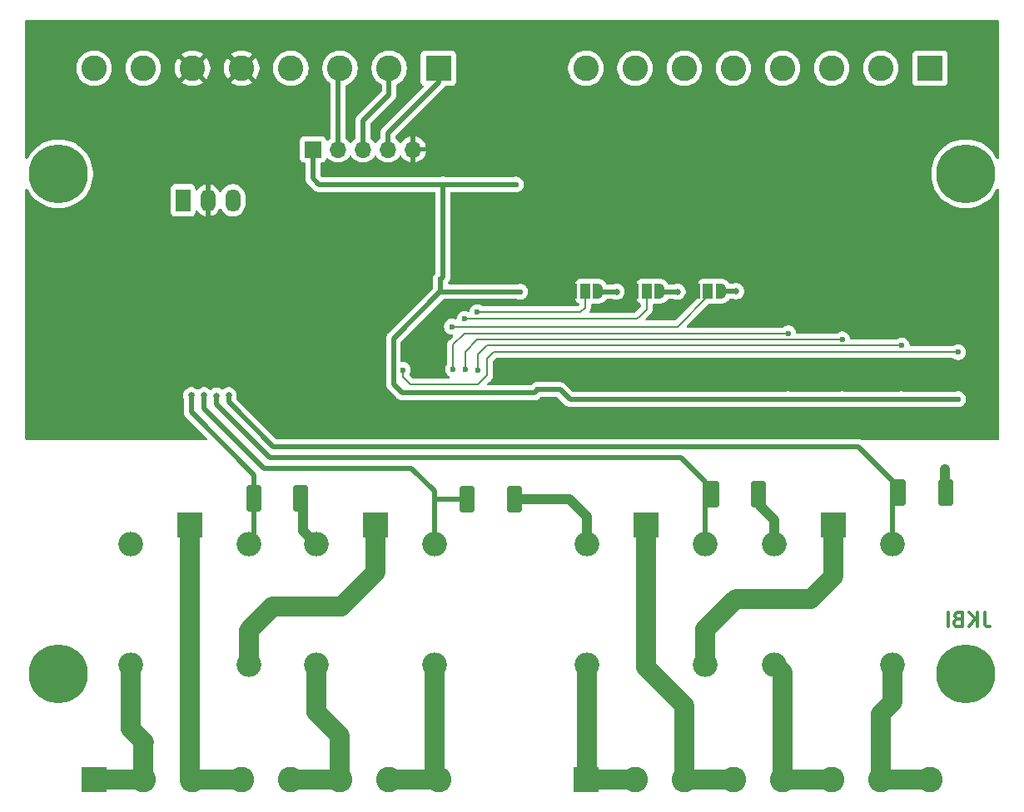
<source format=gbr>
%TF.GenerationSoftware,KiCad,Pcbnew,9.0.3*%
%TF.CreationDate,2025-10-05T15:30:02+02:00*%
%TF.ProjectId,esp32_blinds_controller,65737033-325f-4626-9c69-6e64735f636f,V0.3*%
%TF.SameCoordinates,Original*%
%TF.FileFunction,Copper,L2,Bot*%
%TF.FilePolarity,Positive*%
%FSLAX46Y46*%
G04 Gerber Fmt 4.6, Leading zero omitted, Abs format (unit mm)*
G04 Created by KiCad (PCBNEW 9.0.3) date 2025-10-05 15:30:02*
%MOMM*%
%LPD*%
G01*
G04 APERTURE LIST*
G04 Aperture macros list*
%AMRoundRect*
0 Rectangle with rounded corners*
0 $1 Rounding radius*
0 $2 $3 $4 $5 $6 $7 $8 $9 X,Y pos of 4 corners*
0 Add a 4 corners polygon primitive as box body*
4,1,4,$2,$3,$4,$5,$6,$7,$8,$9,$2,$3,0*
0 Add four circle primitives for the rounded corners*
1,1,$1+$1,$2,$3*
1,1,$1+$1,$4,$5*
1,1,$1+$1,$6,$7*
1,1,$1+$1,$8,$9*
0 Add four rect primitives between the rounded corners*
20,1,$1+$1,$2,$3,$4,$5,0*
20,1,$1+$1,$4,$5,$6,$7,0*
20,1,$1+$1,$6,$7,$8,$9,0*
20,1,$1+$1,$8,$9,$2,$3,0*%
%AMFreePoly0*
4,1,23,0.550000,-0.750000,0.000000,-0.750000,0.000000,-0.745722,-0.065263,-0.745722,-0.191342,-0.711940,-0.304381,-0.646677,-0.396677,-0.554381,-0.461940,-0.441342,-0.495722,-0.315263,-0.495722,-0.250000,-0.500000,-0.250000,-0.500000,0.250000,-0.495722,0.250000,-0.495722,0.315263,-0.461940,0.441342,-0.396677,0.554381,-0.304381,0.646677,-0.191342,0.711940,-0.065263,0.745722,0.000000,0.745722,
0.000000,0.750000,0.550000,0.750000,0.550000,-0.750000,0.550000,-0.750000,$1*%
%AMFreePoly1*
4,1,23,0.000000,0.745722,0.065263,0.745722,0.191342,0.711940,0.304381,0.646677,0.396677,0.554381,0.461940,0.441342,0.495722,0.315263,0.495722,0.250000,0.500000,0.250000,0.500000,-0.250000,0.495722,-0.250000,0.495722,-0.315263,0.461940,-0.441342,0.396677,-0.554381,0.304381,-0.646677,0.191342,-0.711940,0.065263,-0.745722,0.000000,-0.745722,0.000000,-0.750000,-0.550000,-0.750000,
-0.550000,0.750000,0.000000,0.750000,0.000000,0.745722,0.000000,0.745722,$1*%
G04 Aperture macros list end*
%ADD10C,0.300000*%
%TA.AperFunction,NonConductor*%
%ADD11C,0.300000*%
%TD*%
%TA.AperFunction,ComponentPad*%
%ADD12R,1.700000X1.700000*%
%TD*%
%TA.AperFunction,ComponentPad*%
%ADD13O,1.700000X1.700000*%
%TD*%
%TA.AperFunction,ComponentPad*%
%ADD14R,2.500000X2.500000*%
%TD*%
%TA.AperFunction,ComponentPad*%
%ADD15O,2.500000X2.500000*%
%TD*%
%TA.AperFunction,ComponentPad*%
%ADD16R,2.600000X2.600000*%
%TD*%
%TA.AperFunction,ComponentPad*%
%ADD17C,2.600000*%
%TD*%
%TA.AperFunction,ComponentPad*%
%ADD18C,6.000000*%
%TD*%
%TA.AperFunction,ComponentPad*%
%ADD19R,1.500000X2.300000*%
%TD*%
%TA.AperFunction,ComponentPad*%
%ADD20O,1.500000X2.300000*%
%TD*%
%TA.AperFunction,SMDPad,CuDef*%
%ADD21FreePoly0,0.000000*%
%TD*%
%TA.AperFunction,SMDPad,CuDef*%
%ADD22R,1.000000X1.500000*%
%TD*%
%TA.AperFunction,SMDPad,CuDef*%
%ADD23FreePoly1,0.000000*%
%TD*%
%TA.AperFunction,SMDPad,CuDef*%
%ADD24RoundRect,0.250000X0.500000X1.100000X-0.500000X1.100000X-0.500000X-1.100000X0.500000X-1.100000X0*%
%TD*%
%TA.AperFunction,ViaPad*%
%ADD25C,0.600000*%
%TD*%
%TA.AperFunction,ViaPad*%
%ADD26C,0.650000*%
%TD*%
%TA.AperFunction,Conductor*%
%ADD27C,2.000000*%
%TD*%
%TA.AperFunction,Conductor*%
%ADD28C,0.500000*%
%TD*%
%TA.AperFunction,Conductor*%
%ADD29C,1.000000*%
%TD*%
%TA.AperFunction,Conductor*%
%ADD30C,0.200000*%
%TD*%
G04 APERTURE END LIST*
D10*
D11*
X199216917Y-116500828D02*
X199216917Y-117572257D01*
X199216917Y-117572257D02*
X199288346Y-117786542D01*
X199288346Y-117786542D02*
X199431203Y-117929400D01*
X199431203Y-117929400D02*
X199645489Y-118000828D01*
X199645489Y-118000828D02*
X199788346Y-118000828D01*
X198502632Y-118000828D02*
X198502632Y-116500828D01*
X197645489Y-118000828D02*
X198288346Y-117143685D01*
X197645489Y-116500828D02*
X198502632Y-117357971D01*
X196502632Y-117215114D02*
X196288346Y-117286542D01*
X196288346Y-117286542D02*
X196216917Y-117357971D01*
X196216917Y-117357971D02*
X196145489Y-117500828D01*
X196145489Y-117500828D02*
X196145489Y-117715114D01*
X196145489Y-117715114D02*
X196216917Y-117857971D01*
X196216917Y-117857971D02*
X196288346Y-117929400D01*
X196288346Y-117929400D02*
X196431203Y-118000828D01*
X196431203Y-118000828D02*
X197002632Y-118000828D01*
X197002632Y-118000828D02*
X197002632Y-116500828D01*
X197002632Y-116500828D02*
X196502632Y-116500828D01*
X196502632Y-116500828D02*
X196359775Y-116572257D01*
X196359775Y-116572257D02*
X196288346Y-116643685D01*
X196288346Y-116643685D02*
X196216917Y-116786542D01*
X196216917Y-116786542D02*
X196216917Y-116929400D01*
X196216917Y-116929400D02*
X196288346Y-117072257D01*
X196288346Y-117072257D02*
X196359775Y-117143685D01*
X196359775Y-117143685D02*
X196502632Y-117215114D01*
X196502632Y-117215114D02*
X197002632Y-117215114D01*
X195502632Y-118000828D02*
X195502632Y-116500828D01*
D12*
%TO.P,J1,1,Pin_1*%
%TO.N,+3V3*%
X130925000Y-69415000D03*
D13*
%TO.P,J1,2,Pin_2*%
%TO.N,/INT*%
X133465000Y-69415000D03*
%TO.P,J1,3,Pin_3*%
%TO.N,/SDA*%
X136005000Y-69415000D03*
%TO.P,J1,4,Pin_4*%
%TO.N,/SCL*%
X138545000Y-69415000D03*
%TO.P,J1,5,Pin_5*%
%TO.N,GND*%
X141085000Y-69415000D03*
%TD*%
D14*
%TO.P,K2,1*%
%TO.N,Net-(K1-Pad4)*%
X137300000Y-107622500D03*
D15*
%TO.P,K2,2*%
%TO.N,VBUS*%
X131300000Y-109622500D03*
%TO.P,K2,3*%
%TO.N,/L1-UP*%
X131300000Y-121822500D03*
%TO.P,K2,4*%
%TO.N,/L1-SW*%
X143300000Y-121822500D03*
%TO.P,K2,5*%
%TO.N,/nUP1*%
X143300000Y-109622500D03*
%TD*%
D14*
%TO.P,K4,1*%
%TO.N,Net-(K3-Pad4)*%
X183850000Y-107622500D03*
D15*
%TO.P,K4,2*%
%TO.N,VBUS*%
X177850000Y-109622500D03*
%TO.P,K4,3*%
%TO.N,/L2-UP*%
X177850000Y-121822500D03*
%TO.P,K4,4*%
%TO.N,/L2-SW*%
X189850000Y-121822500D03*
%TO.P,K4,5*%
%TO.N,/nUP2*%
X189850000Y-109622500D03*
%TD*%
D14*
%TO.P,K1,1*%
%TO.N,/L1*%
X118400000Y-107622500D03*
D15*
%TO.P,K1,2*%
%TO.N,VBUS*%
X112400000Y-109622500D03*
%TO.P,K1,3*%
%TO.N,/L1-DOWN*%
X112400000Y-121822500D03*
%TO.P,K1,4*%
%TO.N,Net-(K1-Pad4)*%
X124400000Y-121822500D03*
%TO.P,K1,5*%
%TO.N,/nDOWN1*%
X124400000Y-109622500D03*
%TD*%
D16*
%TO.P,MOD1,A1,A1*%
%TO.N,/L1-DOWN*%
X108675000Y-133580000D03*
D17*
%TO.P,MOD1,A2,A2*%
X113675000Y-133580000D03*
%TO.P,MOD1,A3,A3*%
%TO.N,/L1*%
X118675000Y-133580000D03*
%TO.P,MOD1,A4,A4*%
X123675000Y-133580000D03*
%TO.P,MOD1,A5,A5*%
%TO.N,/L1-UP*%
X128675000Y-133580000D03*
%TO.P,MOD1,A6,A6*%
X133675000Y-133580000D03*
%TO.P,MOD1,A7,A7*%
%TO.N,/L1-SW*%
X138675000Y-133580000D03*
%TO.P,MOD1,A8,A8*%
X143675000Y-133580000D03*
D16*
%TO.P,MOD1,B1,B1*%
%TO.N,/L2-DOWN*%
X158675000Y-133580000D03*
D17*
%TO.P,MOD1,B2,B2*%
X163675000Y-133580000D03*
%TO.P,MOD1,B3,B3*%
%TO.N,/L2*%
X168675000Y-133580000D03*
%TO.P,MOD1,B4,B4*%
X173675000Y-133580000D03*
%TO.P,MOD1,B5,B5*%
%TO.N,/L2-UP*%
X178675000Y-133580000D03*
%TO.P,MOD1,B6,B6*%
X183675000Y-133580000D03*
%TO.P,MOD1,B7,B7*%
%TO.N,/L2-SW*%
X188675000Y-133580000D03*
%TO.P,MOD1,B8,B8*%
X193675000Y-133580000D03*
D16*
%TO.P,MOD1,C1,C1*%
%TO.N,/IN4_H*%
X193675000Y-61160000D03*
D17*
%TO.P,MOD1,C2,C2*%
%TO.N,/IN3_H*%
X188675000Y-61160000D03*
%TO.P,MOD1,C3,C3*%
%TO.N,/IN2_H*%
X183675000Y-61160000D03*
%TO.P,MOD1,C4,C4*%
%TO.N,/IN1_H*%
X178675000Y-61160000D03*
%TO.P,MOD1,C5,C5*%
%TO.N,VBUS*%
X173675000Y-61160000D03*
%TO.P,MOD1,C6,C6*%
X168675000Y-61160000D03*
%TO.P,MOD1,C7,C7*%
X163675000Y-61160000D03*
%TO.P,MOD1,C8,C8*%
X158675000Y-61160000D03*
D16*
%TO.P,MOD1,D1,D1*%
%TO.N,/SCL*%
X143675000Y-61160000D03*
D17*
%TO.P,MOD1,D2,D2*%
%TO.N,/SDA*%
X138675000Y-61160000D03*
%TO.P,MOD1,D3,D3*%
%TO.N,/INT*%
X133675000Y-61160000D03*
%TO.P,MOD1,D4,D4*%
%TO.N,+3V3*%
X128675000Y-61160000D03*
%TO.P,MOD1,D5,D5*%
%TO.N,GND*%
X123675000Y-61160000D03*
%TO.P,MOD1,D6,D6*%
X118675000Y-61160000D03*
%TO.P,MOD1,D7,D7*%
%TO.N,VBUS*%
X113675000Y-61160000D03*
%TO.P,MOD1,D8,D8*%
X108675000Y-61160000D03*
D18*
%TO.P,MOD1,MH1*%
%TO.N,N/C*%
X105050000Y-71900000D03*
%TO.P,MOD1,MH2*%
X197300000Y-71900000D03*
%TO.P,MOD1,MH3*%
X105050000Y-122800000D03*
%TO.P,MOD1,MH4*%
X197300000Y-122800000D03*
%TD*%
D19*
%TO.P,U3,1,IN*%
%TO.N,VBUS*%
X117703000Y-74607500D03*
D20*
%TO.P,U3,2,GND*%
%TO.N,GND*%
X120243000Y-74607500D03*
%TO.P,U3,3,OUT*%
%TO.N,+3V3*%
X122783000Y-74607500D03*
%TD*%
D14*
%TO.P,K3,1*%
%TO.N,/L2*%
X164800000Y-107622500D03*
D15*
%TO.P,K3,2*%
%TO.N,VBUS*%
X158800000Y-109622500D03*
%TO.P,K3,3*%
%TO.N,/L2-DOWN*%
X158800000Y-121822500D03*
%TO.P,K3,4*%
%TO.N,Net-(K3-Pad4)*%
X170800000Y-121822500D03*
%TO.P,K3,5*%
%TO.N,/nDOWN2*%
X170800000Y-109622500D03*
%TD*%
D21*
%TO.P,A1,1,A*%
%TO.N,GND*%
X163550000Y-83850000D03*
D22*
%TO.P,A1,2,C*%
%TO.N,/A1*%
X164850000Y-83850000D03*
D23*
%TO.P,A1,3,B*%
%TO.N,+3V3*%
X166150000Y-83850000D03*
%TD*%
D24*
%TO.P,D1,1,K*%
%TO.N,VBUS*%
X129700000Y-104900000D03*
%TO.P,D1,2,A*%
%TO.N,/nDOWN1*%
X124900000Y-104900000D03*
%TD*%
%TO.P,D3,1,K*%
%TO.N,VBUS*%
X195250000Y-104350000D03*
%TO.P,D3,2,A*%
%TO.N,/nUP2*%
X190450000Y-104350000D03*
%TD*%
%TO.P,D4,1,K*%
%TO.N,VBUS*%
X151400000Y-105000000D03*
%TO.P,D4,2,A*%
%TO.N,/nUP1*%
X146600000Y-105000000D03*
%TD*%
D21*
%TO.P,A0,1,A*%
%TO.N,GND*%
X169800000Y-83850000D03*
D22*
%TO.P,A0,2,C*%
%TO.N,/A0*%
X171100000Y-83850000D03*
D23*
%TO.P,A0,3,B*%
%TO.N,+3V3*%
X172400000Y-83850000D03*
%TD*%
D24*
%TO.P,D2,1,K*%
%TO.N,VBUS*%
X176250000Y-104500000D03*
%TO.P,D2,2,A*%
%TO.N,/nDOWN2*%
X171450000Y-104500000D03*
%TD*%
D21*
%TO.P,A2,1,A*%
%TO.N,GND*%
X157300000Y-83850000D03*
D22*
%TO.P,A2,2,C*%
%TO.N,/A2*%
X158600000Y-83850000D03*
D23*
%TO.P,A2,3,B*%
%TO.N,+3V3*%
X159900000Y-83850000D03*
%TD*%
D25*
%TO.N,GND*%
X142700000Y-76500000D03*
X152550000Y-76350000D03*
X142550000Y-82400000D03*
X152900000Y-70650000D03*
X147650000Y-82450000D03*
X130800000Y-83850000D03*
X127700000Y-71150000D03*
X176750000Y-85100000D03*
D26*
X140100000Y-82750000D03*
D25*
X151350000Y-82650000D03*
X148000000Y-74250000D03*
X102400000Y-56850000D03*
X200100000Y-56900000D03*
X188300000Y-84850000D03*
X200000000Y-98000000D03*
X143050000Y-70650000D03*
X182150000Y-85050000D03*
X176800000Y-67350000D03*
X186600000Y-67250000D03*
X181450000Y-67350000D03*
D26*
X117250000Y-86600000D03*
D25*
X110050000Y-83250000D03*
X190700000Y-67200000D03*
X113050000Y-69450000D03*
X145400000Y-76150000D03*
X128000000Y-98000000D03*
X102000000Y-98000000D03*
X193950000Y-84850000D03*
D26*
%TO.N,/nDOWN2*%
X121100000Y-94500000D03*
%TO.N,/nDOWN1*%
X118550000Y-94450000D03*
%TO.N,/nUP2*%
X122350000Y-94450000D03*
%TO.N,/nUP1*%
X119850000Y-94450000D03*
%TO.N,VBUS*%
X195200000Y-102000000D03*
D25*
%TO.N,+3V3*%
X184750000Y-94850000D03*
X143900000Y-82650000D03*
X153800000Y-93850000D03*
X151550000Y-73000000D03*
D26*
X168000000Y-83900000D03*
D25*
X196550000Y-94850000D03*
X144150000Y-73000000D03*
X152000000Y-83900000D03*
X179250000Y-94850000D03*
X190750000Y-94850000D03*
D26*
X173950000Y-83850000D03*
X161800000Y-83900000D03*
D25*
%TO.N,/A0*%
X145050000Y-87450000D03*
%TO.N,/A1*%
X146350000Y-86650000D03*
%TO.N,/A2*%
X147650000Y-86000000D03*
%TO.N,/IN1_L*%
X145150000Y-91800000D03*
X179270000Y-88150000D03*
%TO.N,/IN2_L*%
X146400000Y-91800000D03*
X184750000Y-88750000D03*
%TO.N,/IN3_L*%
X147700000Y-91850000D03*
X190795000Y-89350000D03*
%TO.N,/IN4_L*%
X196545000Y-90050000D03*
X140050000Y-91850000D03*
%TD*%
D27*
%TO.N,Net-(K1-Pad4)*%
X133850000Y-115950000D02*
X126800000Y-115950000D01*
X126800000Y-115950000D02*
X124400000Y-118350000D01*
X137300000Y-107622500D02*
X137300000Y-112500000D01*
X137300000Y-112500000D02*
X133850000Y-115950000D01*
X124400000Y-118350000D02*
X124400000Y-121822500D01*
D28*
%TO.N,/nDOWN2*%
X121100000Y-94500000D02*
X121100000Y-95350000D01*
X121100000Y-95350000D02*
X126500000Y-100750000D01*
X168350000Y-100750000D02*
X170800000Y-103200000D01*
X126500000Y-100750000D02*
X168350000Y-100750000D01*
X170800000Y-103200000D02*
X170800000Y-109622500D01*
D27*
%TO.N,/L2*%
X168675000Y-126025000D02*
X168675000Y-133580000D01*
X164800000Y-107622500D02*
X164800000Y-122150000D01*
X164800000Y-122150000D02*
X168675000Y-126025000D01*
X173675000Y-133580000D02*
X168675000Y-133580000D01*
%TO.N,Net-(K3-Pad4)*%
X181550000Y-115150000D02*
X183850000Y-112850000D01*
X173900000Y-115150000D02*
X181550000Y-115150000D01*
X170800000Y-118250000D02*
X173900000Y-115150000D01*
X183850000Y-112850000D02*
X183850000Y-107622500D01*
X170800000Y-121822500D02*
X170800000Y-118250000D01*
%TO.N,/L1*%
X123675000Y-133580000D02*
X118675000Y-133580000D01*
X118675000Y-133580000D02*
X118400000Y-133305000D01*
X118400000Y-133305000D02*
X118400000Y-107622500D01*
D28*
%TO.N,/nDOWN1*%
X124900000Y-109122500D02*
X124400000Y-109622500D01*
X124900000Y-104900000D02*
X124900000Y-109122500D01*
X124950000Y-102550000D02*
X124950000Y-104850000D01*
X124950000Y-104850000D02*
X124900000Y-104900000D01*
X118550000Y-94450000D02*
X118550000Y-96150000D01*
X118550000Y-96150000D02*
X124950000Y-102550000D01*
%TO.N,/nUP2*%
X122350000Y-95150000D02*
X126850000Y-99650000D01*
X189850000Y-103150000D02*
X189850000Y-109622500D01*
X122350000Y-94450000D02*
X122350000Y-95150000D01*
X186350000Y-99650000D02*
X189850000Y-103150000D01*
X126850000Y-99650000D02*
X186350000Y-99650000D01*
%TO.N,/nUP1*%
X143300000Y-104200000D02*
X143300000Y-109622500D01*
X143300000Y-109622500D02*
X143300000Y-105000000D01*
X125950000Y-101850000D02*
X140950000Y-101850000D01*
X140950000Y-101850000D02*
X143300000Y-104200000D01*
X119850000Y-95750000D02*
X125950000Y-101850000D01*
X143300000Y-105000000D02*
X146600000Y-105000000D01*
X119850000Y-94450000D02*
X119850000Y-95750000D01*
D29*
%TO.N,VBUS*%
X129900000Y-108222500D02*
X131300000Y-109622500D01*
X151400000Y-105000000D02*
X157000000Y-105000000D01*
X177850000Y-107100000D02*
X177850000Y-109622500D01*
X176400000Y-103650000D02*
X176400000Y-105650000D01*
X157000000Y-105000000D02*
X158800000Y-106800000D01*
X129700000Y-104900000D02*
X129900000Y-105100000D01*
X195250000Y-104200000D02*
X195250000Y-104350000D01*
X195200000Y-104150000D02*
X195250000Y-104200000D01*
X158800000Y-106800000D02*
X158800000Y-109622500D01*
X176400000Y-105650000D02*
X177850000Y-107100000D01*
X195200000Y-102000000D02*
X195200000Y-104150000D01*
X129900000Y-105100000D02*
X129900000Y-108222500D01*
D27*
%TO.N,/L1-DOWN*%
X113675000Y-129775000D02*
X113675000Y-133580000D01*
X108675000Y-133580000D02*
X113675000Y-133580000D01*
X112400000Y-121822500D02*
X112400000Y-128350000D01*
X112400000Y-128350000D02*
X113750000Y-129700000D01*
X113750000Y-129700000D02*
X113675000Y-129775000D01*
%TO.N,/L1-UP*%
X133675000Y-129025000D02*
X133675000Y-133580000D01*
X128675000Y-133580000D02*
X133675000Y-133580000D01*
X131300000Y-126650000D02*
X133675000Y-129025000D01*
X131300000Y-121822500D02*
X131300000Y-126650000D01*
%TO.N,/L1-SW*%
X138675000Y-133580000D02*
X143675000Y-133580000D01*
X143300000Y-121822500D02*
X143300000Y-133205000D01*
X143300000Y-133205000D02*
X143675000Y-133580000D01*
%TO.N,/L2-DOWN*%
X158800000Y-121822500D02*
X158800000Y-133455000D01*
X163675000Y-133580000D02*
X158675000Y-133580000D01*
X158800000Y-133455000D02*
X158675000Y-133580000D01*
%TO.N,/L2-SW*%
X189850000Y-121822500D02*
X189850000Y-125700000D01*
X188675000Y-126875000D02*
X188675000Y-133580000D01*
X193675000Y-133580000D02*
X188675000Y-133580000D01*
X189850000Y-125700000D02*
X188675000Y-126875000D01*
%TO.N,/L2-UP*%
X178675000Y-133580000D02*
X178675000Y-122647500D01*
X178675000Y-122647500D02*
X177850000Y-121822500D01*
X183675000Y-133580000D02*
X178675000Y-133580000D01*
D28*
%TO.N,/SCL*%
X143675000Y-62625000D02*
X143675000Y-61160000D01*
X138545000Y-69415000D02*
X138545000Y-67755000D01*
X138545000Y-67755000D02*
X143675000Y-62625000D01*
%TO.N,/SDA*%
X136005000Y-66495000D02*
X136005000Y-69415000D01*
X138675000Y-63825000D02*
X136005000Y-66495000D01*
X138675000Y-61160000D02*
X138675000Y-63825000D01*
%TO.N,+3V3*%
X173950000Y-83850000D02*
X172400000Y-83850000D01*
X140000000Y-94200000D02*
X139100000Y-93300000D01*
X139100000Y-88650000D02*
X143900000Y-83850000D01*
X153800000Y-93850000D02*
X153450000Y-94200000D01*
X144150000Y-82400000D02*
X143900000Y-82650000D01*
X152000000Y-83900000D02*
X143950000Y-83900000D01*
X143900000Y-83850000D02*
X143900000Y-82650000D01*
X157050000Y-94850000D02*
X156050000Y-93850000D01*
X156050000Y-93850000D02*
X153800000Y-93850000D01*
X196550000Y-94850000D02*
X190750000Y-94850000D01*
X144150000Y-73000000D02*
X151550000Y-73000000D01*
X168000000Y-83900000D02*
X166200000Y-83900000D01*
X143950000Y-83900000D02*
X143900000Y-83850000D01*
X130925000Y-69415000D02*
X130925000Y-72375000D01*
X161800000Y-83900000D02*
X159950000Y-83900000D01*
X190750000Y-94850000D02*
X184750000Y-94850000D01*
X131550000Y-73000000D02*
X144150000Y-73000000D01*
X179250000Y-94850000D02*
X157050000Y-94850000D01*
X144150000Y-73000000D02*
X144150000Y-82400000D01*
X153450000Y-94200000D02*
X140000000Y-94200000D01*
X166200000Y-83900000D02*
X166150000Y-83850000D01*
X184750000Y-94850000D02*
X179250000Y-94850000D01*
X131350000Y-72800000D02*
X131550000Y-73000000D01*
X159950000Y-83900000D02*
X159900000Y-83850000D01*
X130925000Y-72375000D02*
X131350000Y-72800000D01*
X139100000Y-93300000D02*
X139100000Y-88650000D01*
%TO.N,/INT*%
X133465000Y-69415000D02*
X133465000Y-61370000D01*
X133465000Y-61370000D02*
X133675000Y-61160000D01*
D30*
%TO.N,/A0*%
X168000000Y-87450000D02*
X145050000Y-87450000D01*
X171100000Y-83850000D02*
X171100000Y-84350000D01*
X171100000Y-84350000D02*
X168000000Y-87450000D01*
%TO.N,/A1*%
X164200000Y-86350000D02*
X163900000Y-86650000D01*
X164850000Y-83850000D02*
X164850000Y-85700000D01*
X164850000Y-85700000D02*
X164200000Y-86350000D01*
X163900000Y-86650000D02*
X146350000Y-86650000D01*
%TO.N,/A2*%
X158600000Y-83850000D02*
X158600000Y-85500000D01*
X158100000Y-86000000D02*
X147650000Y-86000000D01*
X158600000Y-85500000D02*
X158100000Y-86000000D01*
%TO.N,/IN1_L*%
X145150000Y-89300000D02*
X145150000Y-91800000D01*
X146300000Y-88150000D02*
X145150000Y-89300000D01*
X179270000Y-88150000D02*
X146300000Y-88150000D01*
%TO.N,/IN2_L*%
X184201000Y-88751000D02*
X147649000Y-88751000D01*
X184750000Y-88750000D02*
X184202000Y-88750000D01*
X146400000Y-90000000D02*
X146400000Y-91800000D01*
X184202000Y-88750000D02*
X184201000Y-88751000D01*
X147649000Y-88751000D02*
X146400000Y-90000000D01*
%TO.N,/IN3_L*%
X147700000Y-90250000D02*
X147700000Y-91850000D01*
X148600000Y-89350000D02*
X147700000Y-90250000D01*
X190795000Y-89350000D02*
X148600000Y-89350000D01*
%TO.N,/IN4_L*%
X148650000Y-92400000D02*
X148650000Y-90700000D01*
X140800000Y-93350000D02*
X147700000Y-93350000D01*
X148650000Y-90700000D02*
X149300000Y-90050000D01*
X149300000Y-90050000D02*
X196545000Y-90050000D01*
X140050000Y-92600000D02*
X140800000Y-93350000D01*
X140050000Y-91850000D02*
X140050000Y-92600000D01*
X147700000Y-93350000D02*
X148650000Y-92400000D01*
%TD*%
%TA.AperFunction,Conductor*%
%TO.N,GND*%
G36*
X200617539Y-56265185D02*
G01*
X200663294Y-56317989D01*
X200674500Y-56369500D01*
X200674500Y-70292404D01*
X200654815Y-70359443D01*
X200602011Y-70405198D01*
X200532853Y-70415142D01*
X200469297Y-70386117D01*
X200441142Y-70350857D01*
X200306106Y-70098224D01*
X200306105Y-70098222D01*
X200306100Y-70098213D01*
X200115019Y-69812240D01*
X199896828Y-69546373D01*
X199896827Y-69546372D01*
X199896823Y-69546367D01*
X199653632Y-69303176D01*
X199387765Y-69084985D01*
X199387764Y-69084984D01*
X199387760Y-69084981D01*
X199101787Y-68893900D01*
X199101782Y-68893897D01*
X199101775Y-68893893D01*
X198798469Y-68731772D01*
X198798464Y-68731770D01*
X198739103Y-68707182D01*
X198705394Y-68693219D01*
X198480706Y-68600150D01*
X198151572Y-68500308D01*
X197814248Y-68433210D01*
X197814249Y-68433210D01*
X197556456Y-68407821D01*
X197471969Y-68399500D01*
X197128031Y-68399500D01*
X197049966Y-68407188D01*
X196785750Y-68433210D01*
X196448427Y-68500308D01*
X196119293Y-68600150D01*
X195801535Y-68731770D01*
X195801530Y-68731772D01*
X195498224Y-68893893D01*
X195498206Y-68893904D01*
X195212248Y-69084975D01*
X195212234Y-69084985D01*
X194946367Y-69303176D01*
X194703176Y-69546367D01*
X194484985Y-69812234D01*
X194484975Y-69812248D01*
X194293904Y-70098206D01*
X194293893Y-70098224D01*
X194131772Y-70401530D01*
X194131770Y-70401535D01*
X194000150Y-70719293D01*
X193900308Y-71048427D01*
X193833210Y-71385750D01*
X193799500Y-71728034D01*
X193799500Y-72071965D01*
X193833210Y-72414249D01*
X193900308Y-72751572D01*
X194000150Y-73080706D01*
X194063435Y-73233489D01*
X194115362Y-73358853D01*
X194131770Y-73398464D01*
X194131772Y-73398469D01*
X194293893Y-73701775D01*
X194293904Y-73701793D01*
X194484975Y-73987751D01*
X194484985Y-73987765D01*
X194703176Y-74253632D01*
X194946367Y-74496823D01*
X194946372Y-74496827D01*
X194946373Y-74496828D01*
X195212240Y-74715019D01*
X195498213Y-74906100D01*
X195498222Y-74906105D01*
X195498224Y-74906106D01*
X195801530Y-75068227D01*
X195801532Y-75068227D01*
X195801538Y-75068231D01*
X196119295Y-75199850D01*
X196448422Y-75299690D01*
X196785750Y-75366789D01*
X197128031Y-75400500D01*
X197128034Y-75400500D01*
X197471966Y-75400500D01*
X197471969Y-75400500D01*
X197814250Y-75366789D01*
X198151578Y-75299690D01*
X198480705Y-75199850D01*
X198798462Y-75068231D01*
X199101787Y-74906100D01*
X199387760Y-74715019D01*
X199653627Y-74496828D01*
X199896828Y-74253627D01*
X200115019Y-73987760D01*
X200306100Y-73701787D01*
X200441142Y-73449142D01*
X200490104Y-73399297D01*
X200558242Y-73383837D01*
X200623922Y-73407669D01*
X200666290Y-73463226D01*
X200674500Y-73507595D01*
X200674500Y-98876000D01*
X200654815Y-98943039D01*
X200602011Y-98988794D01*
X200550500Y-99000000D01*
X186764776Y-99000000D01*
X186711381Y-98986625D01*
X186711124Y-98987247D01*
X186706933Y-98985511D01*
X186706322Y-98985358D01*
X186705490Y-98984913D01*
X186568917Y-98928343D01*
X186568907Y-98928340D01*
X186423920Y-98899500D01*
X186423918Y-98899500D01*
X127212230Y-98899500D01*
X127145191Y-98879815D01*
X127124549Y-98863181D01*
X123146238Y-94884870D01*
X123112753Y-94823547D01*
X123117737Y-94753855D01*
X123119338Y-94749785D01*
X123143776Y-94690789D01*
X123175500Y-94531305D01*
X123175500Y-94368695D01*
X123175500Y-94368692D01*
X123143777Y-94209216D01*
X123143776Y-94209215D01*
X123143776Y-94209211D01*
X123115359Y-94140606D01*
X123081549Y-94058980D01*
X123081547Y-94058976D01*
X122991211Y-93923779D01*
X122991205Y-93923771D01*
X122876228Y-93808794D01*
X122876220Y-93808788D01*
X122741023Y-93718452D01*
X122741019Y-93718450D01*
X122590793Y-93656225D01*
X122590783Y-93656222D01*
X122431307Y-93624500D01*
X122431305Y-93624500D01*
X122268695Y-93624500D01*
X122268693Y-93624500D01*
X122109216Y-93656222D01*
X122109206Y-93656225D01*
X121958980Y-93718450D01*
X121958976Y-93718452D01*
X121823779Y-93808788D01*
X121823770Y-93808795D01*
X121786631Y-93845934D01*
X121725308Y-93879419D01*
X121655616Y-93874433D01*
X121630061Y-93861355D01*
X121491017Y-93768449D01*
X121340793Y-93706225D01*
X121340783Y-93706222D01*
X121181307Y-93674500D01*
X121181305Y-93674500D01*
X121018695Y-93674500D01*
X121018693Y-93674500D01*
X120859216Y-93706222D01*
X120859206Y-93706225D01*
X120708980Y-93768450D01*
X120708977Y-93768452D01*
X120569938Y-93861355D01*
X120503261Y-93882233D01*
X120435881Y-93863748D01*
X120413366Y-93845933D01*
X120376228Y-93808794D01*
X120376220Y-93808788D01*
X120241023Y-93718452D01*
X120241019Y-93718450D01*
X120090793Y-93656225D01*
X120090783Y-93656222D01*
X119931307Y-93624500D01*
X119931305Y-93624500D01*
X119768695Y-93624500D01*
X119768693Y-93624500D01*
X119609216Y-93656222D01*
X119609206Y-93656225D01*
X119458980Y-93718450D01*
X119458976Y-93718452D01*
X119323779Y-93808788D01*
X119323771Y-93808794D01*
X119287681Y-93844885D01*
X119226358Y-93878370D01*
X119156666Y-93873386D01*
X119112319Y-93844885D01*
X119076228Y-93808794D01*
X119076220Y-93808788D01*
X118941023Y-93718452D01*
X118941019Y-93718450D01*
X118790793Y-93656225D01*
X118790783Y-93656222D01*
X118631307Y-93624500D01*
X118631305Y-93624500D01*
X118468695Y-93624500D01*
X118468693Y-93624500D01*
X118309216Y-93656222D01*
X118309206Y-93656225D01*
X118158980Y-93718450D01*
X118158976Y-93718452D01*
X118023779Y-93808788D01*
X118023771Y-93808794D01*
X117908794Y-93923771D01*
X117908788Y-93923779D01*
X117818452Y-94058976D01*
X117818450Y-94058980D01*
X117756225Y-94209206D01*
X117756222Y-94209216D01*
X117724500Y-94368692D01*
X117724500Y-94368695D01*
X117724500Y-94531305D01*
X117724500Y-94531307D01*
X117724499Y-94531307D01*
X117756222Y-94690783D01*
X117756224Y-94690789D01*
X117790061Y-94772478D01*
X117799500Y-94819931D01*
X117799500Y-96223918D01*
X117799500Y-96223920D01*
X117799499Y-96223920D01*
X117828340Y-96368907D01*
X117828343Y-96368917D01*
X117884914Y-96505492D01*
X117917812Y-96554727D01*
X117917813Y-96554730D01*
X117967046Y-96628414D01*
X117967052Y-96628421D01*
X120126951Y-98788319D01*
X120160436Y-98849642D01*
X120155452Y-98919334D01*
X120113580Y-98975267D01*
X120048116Y-98999684D01*
X120039270Y-99000000D01*
X101799500Y-99000000D01*
X101732461Y-98980315D01*
X101686706Y-98927511D01*
X101675500Y-98876000D01*
X101675500Y-73507595D01*
X101695185Y-73440556D01*
X101747989Y-73394801D01*
X101817147Y-73384857D01*
X101880703Y-73413882D01*
X101908858Y-73449142D01*
X102043893Y-73701775D01*
X102043904Y-73701793D01*
X102234975Y-73987751D01*
X102234985Y-73987765D01*
X102453176Y-74253632D01*
X102696367Y-74496823D01*
X102696372Y-74496827D01*
X102696373Y-74496828D01*
X102962240Y-74715019D01*
X103248213Y-74906100D01*
X103248222Y-74906105D01*
X103248224Y-74906106D01*
X103551530Y-75068227D01*
X103551532Y-75068227D01*
X103551538Y-75068231D01*
X103869295Y-75199850D01*
X104198422Y-75299690D01*
X104535750Y-75366789D01*
X104878031Y-75400500D01*
X104878034Y-75400500D01*
X105221966Y-75400500D01*
X105221969Y-75400500D01*
X105564250Y-75366789D01*
X105901578Y-75299690D01*
X106230705Y-75199850D01*
X106548462Y-75068231D01*
X106851787Y-74906100D01*
X107137760Y-74715019D01*
X107403627Y-74496828D01*
X107646828Y-74253627D01*
X107865019Y-73987760D01*
X108056100Y-73701787D01*
X108212259Y-73409635D01*
X116452500Y-73409635D01*
X116452500Y-75805370D01*
X116452501Y-75805376D01*
X116458908Y-75864983D01*
X116509202Y-75999828D01*
X116509206Y-75999835D01*
X116595452Y-76115044D01*
X116595455Y-76115047D01*
X116710664Y-76201293D01*
X116710671Y-76201297D01*
X116845517Y-76251591D01*
X116845516Y-76251591D01*
X116852444Y-76252335D01*
X116905127Y-76258000D01*
X118500872Y-76257999D01*
X118560483Y-76251591D01*
X118695331Y-76201296D01*
X118810546Y-76115046D01*
X118896796Y-75999831D01*
X118947091Y-75864983D01*
X118953500Y-75805373D01*
X118953499Y-75740913D01*
X118973183Y-75673877D01*
X119025986Y-75628121D01*
X119095144Y-75618177D01*
X119158700Y-75647201D01*
X119177817Y-75668029D01*
X119289555Y-75821821D01*
X119428678Y-75960944D01*
X119587856Y-76076595D01*
X119763162Y-76165918D01*
X119950283Y-76226718D01*
X119993000Y-76233484D01*
X119993000Y-75040512D01*
X120050007Y-75073425D01*
X120177174Y-75107500D01*
X120308826Y-75107500D01*
X120435993Y-75073425D01*
X120493000Y-75040512D01*
X120493000Y-76233483D01*
X120535716Y-76226718D01*
X120722837Y-76165918D01*
X120898143Y-76076595D01*
X121057321Y-75960944D01*
X121196444Y-75821821D01*
X121312097Y-75662641D01*
X121402234Y-75485736D01*
X121450208Y-75434939D01*
X121518029Y-75418144D01*
X121584164Y-75440681D01*
X121623204Y-75485735D01*
X121624115Y-75487524D01*
X121624116Y-75487525D01*
X121713476Y-75662905D01*
X121829172Y-75822146D01*
X121968354Y-75961328D01*
X122127595Y-76077024D01*
X122202214Y-76115044D01*
X122302970Y-76166382D01*
X122302972Y-76166382D01*
X122302975Y-76166384D01*
X122403317Y-76198987D01*
X122490173Y-76227209D01*
X122684578Y-76258000D01*
X122684583Y-76258000D01*
X122881422Y-76258000D01*
X123075826Y-76227209D01*
X123155574Y-76201297D01*
X123263025Y-76166384D01*
X123438405Y-76077024D01*
X123597646Y-75961328D01*
X123736828Y-75822146D01*
X123852524Y-75662905D01*
X123941884Y-75487525D01*
X124002709Y-75300326D01*
X124018623Y-75199849D01*
X124033500Y-75105922D01*
X124033500Y-74109077D01*
X124002709Y-73914673D01*
X123947501Y-73744763D01*
X123941884Y-73727475D01*
X123941882Y-73727472D01*
X123941882Y-73727470D01*
X123868246Y-73582952D01*
X123852524Y-73552095D01*
X123736828Y-73392854D01*
X123597646Y-73253672D01*
X123438405Y-73137976D01*
X123263029Y-73048617D01*
X123075826Y-72987790D01*
X122881422Y-72957000D01*
X122881417Y-72957000D01*
X122684583Y-72957000D01*
X122684578Y-72957000D01*
X122490173Y-72987790D01*
X122302970Y-73048617D01*
X122127594Y-73137976D01*
X122036741Y-73203985D01*
X121968354Y-73253672D01*
X121968352Y-73253674D01*
X121968351Y-73253674D01*
X121829174Y-73392851D01*
X121829174Y-73392852D01*
X121829172Y-73392854D01*
X121794514Y-73440556D01*
X121713476Y-73552094D01*
X121623204Y-73729264D01*
X121575229Y-73780060D01*
X121507408Y-73796855D01*
X121441274Y-73774318D01*
X121402234Y-73729264D01*
X121312095Y-73552356D01*
X121196444Y-73393178D01*
X121057321Y-73254055D01*
X120898143Y-73138404D01*
X120722835Y-73049081D01*
X120535705Y-72988278D01*
X120493000Y-72981514D01*
X120493000Y-74174488D01*
X120435993Y-74141575D01*
X120308826Y-74107500D01*
X120177174Y-74107500D01*
X120050007Y-74141575D01*
X119993000Y-74174488D01*
X119993000Y-72981514D01*
X119992999Y-72981514D01*
X119950294Y-72988278D01*
X119763164Y-73049081D01*
X119587856Y-73138404D01*
X119428678Y-73254055D01*
X119289555Y-73393178D01*
X119177817Y-73546971D01*
X119122486Y-73589637D01*
X119052873Y-73595615D01*
X118991078Y-73563009D01*
X118956721Y-73502170D01*
X118953499Y-73474085D01*
X118953499Y-73409629D01*
X118953498Y-73409623D01*
X118953497Y-73409616D01*
X118947091Y-73350017D01*
X118911157Y-73253674D01*
X118896797Y-73215171D01*
X118896793Y-73215164D01*
X118810547Y-73099955D01*
X118810544Y-73099952D01*
X118695335Y-73013706D01*
X118695328Y-73013702D01*
X118560482Y-72963408D01*
X118560483Y-72963408D01*
X118500883Y-72957001D01*
X118500881Y-72957000D01*
X118500873Y-72957000D01*
X118500864Y-72957000D01*
X116905129Y-72957000D01*
X116905123Y-72957001D01*
X116845516Y-72963408D01*
X116710671Y-73013702D01*
X116710664Y-73013706D01*
X116595455Y-73099952D01*
X116595452Y-73099955D01*
X116509206Y-73215164D01*
X116509202Y-73215171D01*
X116458908Y-73350017D01*
X116452501Y-73409616D01*
X116452501Y-73409623D01*
X116452500Y-73409635D01*
X108212259Y-73409635D01*
X108218231Y-73398462D01*
X108349850Y-73080705D01*
X108449690Y-72751578D01*
X108516789Y-72414250D01*
X108550500Y-72071969D01*
X108550500Y-71728031D01*
X108516789Y-71385750D01*
X108449690Y-71048422D01*
X108349850Y-70719295D01*
X108218231Y-70401538D01*
X108209988Y-70386117D01*
X108056106Y-70098224D01*
X108056105Y-70098222D01*
X108056100Y-70098213D01*
X107865019Y-69812240D01*
X107646828Y-69546373D01*
X107646827Y-69546372D01*
X107646823Y-69546367D01*
X107403632Y-69303176D01*
X107137765Y-69084985D01*
X107137764Y-69084984D01*
X107137760Y-69084981D01*
X106851787Y-68893900D01*
X106851782Y-68893897D01*
X106851775Y-68893893D01*
X106548469Y-68731772D01*
X106548464Y-68731770D01*
X106510261Y-68715946D01*
X106298825Y-68628366D01*
X106230710Y-68600151D01*
X105957043Y-68517135D01*
X129574500Y-68517135D01*
X129574500Y-70312870D01*
X129574501Y-70312876D01*
X129580908Y-70372483D01*
X129631202Y-70507328D01*
X129631206Y-70507335D01*
X129717452Y-70622544D01*
X129717455Y-70622547D01*
X129832664Y-70708793D01*
X129832671Y-70708797D01*
X129860813Y-70719293D01*
X129967517Y-70759091D01*
X130027127Y-70765500D01*
X130050497Y-70765499D01*
X130117536Y-70785181D01*
X130163292Y-70837983D01*
X130174500Y-70889499D01*
X130174500Y-72448918D01*
X130174500Y-72448920D01*
X130174499Y-72448920D01*
X130203340Y-72593907D01*
X130203343Y-72593917D01*
X130259913Y-72730490D01*
X130259914Y-72730491D01*
X130259916Y-72730495D01*
X130283973Y-72766498D01*
X130283975Y-72766501D01*
X130283976Y-72766503D01*
X130342049Y-72853417D01*
X131071586Y-73582954D01*
X131090536Y-73595615D01*
X131127852Y-73620548D01*
X131194505Y-73665084D01*
X131251080Y-73688518D01*
X131331088Y-73721659D01*
X131447241Y-73744763D01*
X131466468Y-73748587D01*
X131476081Y-73750500D01*
X131476082Y-73750500D01*
X131476083Y-73750500D01*
X131623918Y-73750500D01*
X143275500Y-73750500D01*
X143342539Y-73770185D01*
X143388294Y-73822989D01*
X143399500Y-73874500D01*
X143399500Y-81967059D01*
X143379815Y-82034098D01*
X143363181Y-82054740D01*
X143278213Y-82139707D01*
X143278210Y-82139711D01*
X143190609Y-82270814D01*
X143190602Y-82270827D01*
X143130264Y-82416498D01*
X143130261Y-82416510D01*
X143099500Y-82571153D01*
X143099500Y-82728846D01*
X143130261Y-82883489D01*
X143130263Y-82883497D01*
X143140061Y-82907151D01*
X143149500Y-82954604D01*
X143149500Y-83487770D01*
X143129815Y-83554809D01*
X143113181Y-83575451D01*
X138517048Y-88171583D01*
X138497784Y-88200415D01*
X138478647Y-88229057D01*
X138434919Y-88294499D01*
X138434912Y-88294511D01*
X138378343Y-88431082D01*
X138378340Y-88431092D01*
X138349500Y-88576079D01*
X138349500Y-88576082D01*
X138349500Y-93373918D01*
X138349500Y-93373920D01*
X138349499Y-93373920D01*
X138378340Y-93518907D01*
X138378343Y-93518917D01*
X138434913Y-93655489D01*
X138434914Y-93655491D01*
X138434916Y-93655495D01*
X138447559Y-93674417D01*
X138447617Y-93674503D01*
X138447616Y-93674503D01*
X138517046Y-93778414D01*
X138517052Y-93778421D01*
X139417049Y-94678416D01*
X139488367Y-94749734D01*
X139521585Y-94782952D01*
X139644498Y-94865080D01*
X139644511Y-94865087D01*
X139781082Y-94921656D01*
X139781087Y-94921658D01*
X139781091Y-94921658D01*
X139781092Y-94921659D01*
X139926079Y-94950500D01*
X139926082Y-94950500D01*
X153523920Y-94950500D01*
X153632797Y-94928842D01*
X153668913Y-94921658D01*
X153805495Y-94865084D01*
X153854729Y-94832186D01*
X153928416Y-94782952D01*
X154074549Y-94636819D01*
X154135872Y-94603334D01*
X154162230Y-94600500D01*
X155687770Y-94600500D01*
X155754809Y-94620185D01*
X155775451Y-94636819D01*
X156467049Y-95328416D01*
X156571584Y-95432951D01*
X156571585Y-95432952D01*
X156694498Y-95515080D01*
X156694511Y-95515087D01*
X156727227Y-95528638D01*
X156733142Y-95531088D01*
X156831088Y-95571659D01*
X156947241Y-95594763D01*
X156971689Y-95599626D01*
X156976081Y-95600500D01*
X156976082Y-95600500D01*
X156976083Y-95600500D01*
X157123918Y-95600500D01*
X178945396Y-95600500D01*
X178992844Y-95609937D01*
X179016503Y-95619737D01*
X179016508Y-95619738D01*
X179016511Y-95619739D01*
X179171153Y-95650499D01*
X179171156Y-95650500D01*
X179171158Y-95650500D01*
X179328844Y-95650500D01*
X179328845Y-95650499D01*
X179405152Y-95635320D01*
X179483488Y-95619739D01*
X179483489Y-95619738D01*
X179483497Y-95619737D01*
X179507155Y-95609937D01*
X179554604Y-95600500D01*
X184445396Y-95600500D01*
X184492844Y-95609937D01*
X184516503Y-95619737D01*
X184516508Y-95619738D01*
X184516511Y-95619739D01*
X184671153Y-95650499D01*
X184671156Y-95650500D01*
X184671158Y-95650500D01*
X184828844Y-95650500D01*
X184828845Y-95650499D01*
X184905152Y-95635320D01*
X184983488Y-95619739D01*
X184983489Y-95619738D01*
X184983497Y-95619737D01*
X185007155Y-95609937D01*
X185054604Y-95600500D01*
X190445396Y-95600500D01*
X190492844Y-95609937D01*
X190516503Y-95619737D01*
X190516508Y-95619738D01*
X190516511Y-95619739D01*
X190671153Y-95650499D01*
X190671156Y-95650500D01*
X190671158Y-95650500D01*
X190828844Y-95650500D01*
X190828845Y-95650499D01*
X190905152Y-95635320D01*
X190983488Y-95619739D01*
X190983489Y-95619738D01*
X190983497Y-95619737D01*
X191007155Y-95609937D01*
X191054604Y-95600500D01*
X196245396Y-95600500D01*
X196292844Y-95609937D01*
X196316503Y-95619737D01*
X196316508Y-95619738D01*
X196316511Y-95619739D01*
X196471153Y-95650499D01*
X196471156Y-95650500D01*
X196471158Y-95650500D01*
X196628844Y-95650500D01*
X196628845Y-95650499D01*
X196783497Y-95619737D01*
X196929179Y-95559394D01*
X197060289Y-95471789D01*
X197171789Y-95360289D01*
X197259394Y-95229179D01*
X197319737Y-95083497D01*
X197350500Y-94928842D01*
X197350500Y-94771158D01*
X197350500Y-94771155D01*
X197350499Y-94771153D01*
X197346238Y-94749734D01*
X197319737Y-94616503D01*
X197314282Y-94603334D01*
X197259397Y-94470827D01*
X197259390Y-94470814D01*
X197171789Y-94339711D01*
X197171786Y-94339707D01*
X197060292Y-94228213D01*
X197060288Y-94228210D01*
X196929185Y-94140609D01*
X196929172Y-94140602D01*
X196783501Y-94080264D01*
X196783489Y-94080261D01*
X196628845Y-94049500D01*
X196628842Y-94049500D01*
X196471158Y-94049500D01*
X196471155Y-94049500D01*
X196316511Y-94080260D01*
X196316506Y-94080262D01*
X196316504Y-94080262D01*
X196316503Y-94080263D01*
X196292844Y-94090062D01*
X196245396Y-94099500D01*
X191054604Y-94099500D01*
X191007155Y-94090062D01*
X190983497Y-94080263D01*
X190983493Y-94080262D01*
X190983488Y-94080260D01*
X190828845Y-94049500D01*
X190828842Y-94049500D01*
X190671158Y-94049500D01*
X190671155Y-94049500D01*
X190516511Y-94080260D01*
X190516506Y-94080262D01*
X190516504Y-94080262D01*
X190516503Y-94080263D01*
X190492844Y-94090062D01*
X190445396Y-94099500D01*
X185054604Y-94099500D01*
X185007155Y-94090062D01*
X184983497Y-94080263D01*
X184983493Y-94080262D01*
X184983488Y-94080260D01*
X184828845Y-94049500D01*
X184828842Y-94049500D01*
X184671158Y-94049500D01*
X184671155Y-94049500D01*
X184516511Y-94080260D01*
X184516506Y-94080262D01*
X184516504Y-94080262D01*
X184516503Y-94080263D01*
X184492844Y-94090062D01*
X184445396Y-94099500D01*
X179554604Y-94099500D01*
X179507155Y-94090062D01*
X179483497Y-94080263D01*
X179483493Y-94080262D01*
X179483488Y-94080260D01*
X179328845Y-94049500D01*
X179328842Y-94049500D01*
X179171158Y-94049500D01*
X179171155Y-94049500D01*
X179016511Y-94080260D01*
X179016506Y-94080262D01*
X179016504Y-94080262D01*
X179016503Y-94080263D01*
X178992844Y-94090062D01*
X178945396Y-94099500D01*
X157412229Y-94099500D01*
X157345190Y-94079815D01*
X157324548Y-94063181D01*
X156528421Y-93267052D01*
X156528414Y-93267046D01*
X156428818Y-93200499D01*
X156428817Y-93200499D01*
X156405495Y-93184916D01*
X156405488Y-93184912D01*
X156268917Y-93128343D01*
X156268907Y-93128340D01*
X156123920Y-93099500D01*
X156123918Y-93099500D01*
X154104604Y-93099500D01*
X154057155Y-93090062D01*
X154033497Y-93080263D01*
X154033493Y-93080262D01*
X154033488Y-93080260D01*
X153878845Y-93049500D01*
X153878842Y-93049500D01*
X153721158Y-93049500D01*
X153721155Y-93049500D01*
X153566510Y-93080261D01*
X153566498Y-93080264D01*
X153420827Y-93140602D01*
X153420814Y-93140609D01*
X153289711Y-93228210D01*
X153289707Y-93228213D01*
X153178213Y-93339707D01*
X153178207Y-93339715D01*
X153141675Y-93394390D01*
X153088063Y-93439196D01*
X153038573Y-93449500D01*
X148749097Y-93449500D01*
X148682058Y-93429815D01*
X148636303Y-93377011D01*
X148626359Y-93307853D01*
X148655384Y-93244297D01*
X148661416Y-93237819D01*
X148849734Y-93049500D01*
X149008506Y-92890727D01*
X149008511Y-92890724D01*
X149018714Y-92880520D01*
X149018716Y-92880520D01*
X149130520Y-92768716D01*
X149182284Y-92679057D01*
X149209577Y-92631785D01*
X149250501Y-92479057D01*
X149250501Y-92320943D01*
X149250501Y-92313348D01*
X149250500Y-92313330D01*
X149250500Y-91000097D01*
X149270185Y-90933058D01*
X149286819Y-90912416D01*
X149512416Y-90686819D01*
X149573739Y-90653334D01*
X149600097Y-90650500D01*
X195965234Y-90650500D01*
X196032273Y-90670185D01*
X196034125Y-90671398D01*
X196165814Y-90759390D01*
X196165827Y-90759397D01*
X196311498Y-90819735D01*
X196311503Y-90819737D01*
X196466153Y-90850499D01*
X196466156Y-90850500D01*
X196466158Y-90850500D01*
X196623844Y-90850500D01*
X196623845Y-90850499D01*
X196778497Y-90819737D01*
X196924179Y-90759394D01*
X197055289Y-90671789D01*
X197166789Y-90560289D01*
X197254394Y-90429179D01*
X197314737Y-90283497D01*
X197345500Y-90128842D01*
X197345500Y-89971158D01*
X197345500Y-89971155D01*
X197345499Y-89971153D01*
X197314737Y-89816503D01*
X197294736Y-89768215D01*
X197254397Y-89670827D01*
X197254390Y-89670814D01*
X197166789Y-89539711D01*
X197166786Y-89539707D01*
X197055292Y-89428213D01*
X197055288Y-89428210D01*
X196924185Y-89340609D01*
X196924172Y-89340602D01*
X196778501Y-89280264D01*
X196778489Y-89280261D01*
X196623845Y-89249500D01*
X196623842Y-89249500D01*
X196466158Y-89249500D01*
X196466155Y-89249500D01*
X196311510Y-89280261D01*
X196311498Y-89280264D01*
X196165827Y-89340602D01*
X196165814Y-89340609D01*
X196034125Y-89428602D01*
X195967447Y-89449480D01*
X195965234Y-89449500D01*
X191719500Y-89449500D01*
X191652461Y-89429815D01*
X191606706Y-89377011D01*
X191595500Y-89325500D01*
X191595500Y-89271155D01*
X191595499Y-89271153D01*
X191585512Y-89220945D01*
X191564737Y-89116503D01*
X191521546Y-89012229D01*
X191504397Y-88970827D01*
X191504390Y-88970814D01*
X191416789Y-88839711D01*
X191416786Y-88839707D01*
X191305292Y-88728213D01*
X191305288Y-88728210D01*
X191174185Y-88640609D01*
X191174172Y-88640602D01*
X191028501Y-88580264D01*
X191028489Y-88580261D01*
X190873845Y-88549500D01*
X190873842Y-88549500D01*
X190716158Y-88549500D01*
X190716155Y-88549500D01*
X190561510Y-88580261D01*
X190561498Y-88580264D01*
X190415827Y-88640602D01*
X190415814Y-88640609D01*
X190284125Y-88728602D01*
X190217447Y-88749480D01*
X190215234Y-88749500D01*
X185667848Y-88749500D01*
X185600809Y-88729815D01*
X185555054Y-88677011D01*
X185546231Y-88649692D01*
X185519738Y-88516508D01*
X185519737Y-88516507D01*
X185519737Y-88516503D01*
X185484355Y-88431082D01*
X185459397Y-88370827D01*
X185459390Y-88370814D01*
X185371789Y-88239711D01*
X185371786Y-88239707D01*
X185260292Y-88128213D01*
X185260288Y-88128210D01*
X185129185Y-88040609D01*
X185129172Y-88040602D01*
X184983501Y-87980264D01*
X184983489Y-87980261D01*
X184828845Y-87949500D01*
X184828842Y-87949500D01*
X184671158Y-87949500D01*
X184671155Y-87949500D01*
X184516510Y-87980261D01*
X184516498Y-87980264D01*
X184370827Y-88040602D01*
X184370814Y-88040609D01*
X184239125Y-88128602D01*
X184221996Y-88133965D01*
X184207052Y-88143908D01*
X184174407Y-88148866D01*
X184172447Y-88149480D01*
X184172202Y-88149484D01*
X184171194Y-88149500D01*
X184122942Y-88149500D01*
X184119904Y-88150313D01*
X184109188Y-88150484D01*
X184108857Y-88150392D01*
X184107220Y-88150500D01*
X180188046Y-88150500D01*
X180121007Y-88130815D01*
X180075252Y-88078011D01*
X180066429Y-88050691D01*
X180048447Y-87960292D01*
X180039737Y-87916503D01*
X180003569Y-87829185D01*
X179979397Y-87770827D01*
X179979390Y-87770814D01*
X179891789Y-87639711D01*
X179891786Y-87639707D01*
X179780292Y-87528213D01*
X179780288Y-87528210D01*
X179649185Y-87440609D01*
X179649172Y-87440602D01*
X179503501Y-87380264D01*
X179503489Y-87380261D01*
X179348845Y-87349500D01*
X179348842Y-87349500D01*
X179191158Y-87349500D01*
X179191155Y-87349500D01*
X179036510Y-87380261D01*
X179036498Y-87380264D01*
X178890827Y-87440602D01*
X178890814Y-87440609D01*
X178759125Y-87528602D01*
X178692447Y-87549480D01*
X178690234Y-87549500D01*
X169049097Y-87549500D01*
X168982058Y-87529815D01*
X168936303Y-87477011D01*
X168926359Y-87407853D01*
X168955384Y-87344297D01*
X168961416Y-87337819D01*
X171162416Y-85136818D01*
X171223739Y-85103333D01*
X171250097Y-85100499D01*
X171647871Y-85100499D01*
X171647872Y-85100499D01*
X171695721Y-85095355D01*
X171707475Y-85094092D01*
X171707476Y-85094091D01*
X171707483Y-85094091D01*
X171707489Y-85094088D01*
X171708478Y-85093855D01*
X171710536Y-85093762D01*
X171715197Y-85093262D01*
X171715228Y-85093553D01*
X171754651Y-85091791D01*
X171850000Y-85105500D01*
X171850003Y-85105500D01*
X172465819Y-85105500D01*
X172465826Y-85105500D01*
X172596662Y-85088275D01*
X172723829Y-85054200D01*
X172845743Y-85003701D01*
X172959757Y-84937875D01*
X173064449Y-84857541D01*
X173157541Y-84764449D01*
X173237875Y-84659757D01*
X173237883Y-84659742D01*
X173240128Y-84656384D01*
X173241649Y-84657400D01*
X173244971Y-84654231D01*
X173249965Y-84643297D01*
X173269781Y-84630561D01*
X173286827Y-84614300D01*
X173300098Y-84611078D01*
X173308743Y-84605523D01*
X173343678Y-84600500D01*
X173580068Y-84600500D01*
X173627520Y-84609939D01*
X173709206Y-84643774D01*
X173709211Y-84643776D01*
X173709215Y-84643776D01*
X173709216Y-84643777D01*
X173868692Y-84675500D01*
X173868695Y-84675500D01*
X174031307Y-84675500D01*
X174170197Y-84647872D01*
X174190789Y-84643776D01*
X174341021Y-84581548D01*
X174341023Y-84581547D01*
X174430457Y-84521789D01*
X174476225Y-84491208D01*
X174591208Y-84376225D01*
X174656052Y-84279179D01*
X174681547Y-84241023D01*
X174681549Y-84241019D01*
X174743774Y-84090793D01*
X174743776Y-84090789D01*
X174765554Y-83981305D01*
X174775500Y-83931307D01*
X174775500Y-83768692D01*
X174743777Y-83609216D01*
X174743776Y-83609215D01*
X174743776Y-83609211D01*
X174721242Y-83554809D01*
X174681549Y-83458980D01*
X174681547Y-83458976D01*
X174591211Y-83323779D01*
X174591205Y-83323771D01*
X174476228Y-83208794D01*
X174476220Y-83208788D01*
X174341023Y-83118452D01*
X174341019Y-83118450D01*
X174190793Y-83056225D01*
X174190783Y-83056222D01*
X174031307Y-83024500D01*
X174031305Y-83024500D01*
X173868695Y-83024500D01*
X173868693Y-83024500D01*
X173709216Y-83056222D01*
X173709206Y-83056225D01*
X173627520Y-83090061D01*
X173619343Y-83091687D01*
X173615003Y-83094477D01*
X173580068Y-83099500D01*
X173343678Y-83099500D01*
X173276639Y-83079815D01*
X173241352Y-83042798D01*
X173240128Y-83043616D01*
X173237879Y-83040250D01*
X173237875Y-83040243D01*
X173226562Y-83025500D01*
X173157544Y-82935555D01*
X173157541Y-82935551D01*
X173064449Y-82842459D01*
X173064444Y-82842455D01*
X172959767Y-82762132D01*
X172959749Y-82762120D01*
X172845751Y-82696303D01*
X172845750Y-82696302D01*
X172723829Y-82645800D01*
X172623465Y-82618907D01*
X172596662Y-82611725D01*
X172596661Y-82611724D01*
X172596658Y-82611724D01*
X172465833Y-82594500D01*
X172465826Y-82594500D01*
X171850000Y-82594500D01*
X171849997Y-82594500D01*
X171778057Y-82599645D01*
X171766267Y-82603107D01*
X171715439Y-82604468D01*
X171715196Y-82606738D01*
X171647883Y-82599501D01*
X171647881Y-82599500D01*
X171647873Y-82599500D01*
X171647864Y-82599500D01*
X170552129Y-82599500D01*
X170552123Y-82599501D01*
X170492516Y-82605908D01*
X170357671Y-82656202D01*
X170357664Y-82656206D01*
X170242455Y-82742452D01*
X170242452Y-82742455D01*
X170156206Y-82857664D01*
X170156202Y-82857671D01*
X170105908Y-82992517D01*
X170099501Y-83052116D01*
X170099500Y-83052135D01*
X170099500Y-84449902D01*
X170079815Y-84516941D01*
X170063181Y-84537583D01*
X167787584Y-86813181D01*
X167726261Y-86846666D01*
X167699903Y-86849500D01*
X164849097Y-86849500D01*
X164782058Y-86829815D01*
X164736303Y-86777011D01*
X164726359Y-86707853D01*
X164755384Y-86644297D01*
X164761416Y-86637819D01*
X164982736Y-86416498D01*
X165208506Y-86190727D01*
X165208511Y-86190724D01*
X165218714Y-86180520D01*
X165218716Y-86180520D01*
X165330520Y-86068716D01*
X165383466Y-85977011D01*
X165407180Y-85935937D01*
X165407183Y-85935932D01*
X165409575Y-85931788D01*
X165409577Y-85931785D01*
X165450501Y-85779057D01*
X165450501Y-85620943D01*
X165450501Y-85613348D01*
X165450500Y-85613330D01*
X165450500Y-85227108D01*
X165470185Y-85160069D01*
X165522989Y-85114314D01*
X165592143Y-85104370D01*
X165600000Y-85105500D01*
X165600003Y-85105500D01*
X166215819Y-85105500D01*
X166215826Y-85105500D01*
X166346662Y-85088275D01*
X166473829Y-85054200D01*
X166595743Y-85003701D01*
X166709757Y-84937875D01*
X166814449Y-84857541D01*
X166907541Y-84764449D01*
X166957754Y-84699010D01*
X167014179Y-84657811D01*
X167056127Y-84650500D01*
X167630068Y-84650500D01*
X167677520Y-84659939D01*
X167742415Y-84686819D01*
X167759211Y-84693776D01*
X167759215Y-84693776D01*
X167759216Y-84693777D01*
X167918692Y-84725500D01*
X167918695Y-84725500D01*
X168081307Y-84725500D01*
X168214461Y-84699013D01*
X168240789Y-84693776D01*
X168361505Y-84643774D01*
X168391019Y-84631549D01*
X168391023Y-84631547D01*
X168465853Y-84581547D01*
X168526225Y-84541208D01*
X168641208Y-84426225D01*
X168731548Y-84291021D01*
X168793776Y-84140789D01*
X168825500Y-83981305D01*
X168825500Y-83818695D01*
X168825500Y-83818692D01*
X168793777Y-83659216D01*
X168793776Y-83659215D01*
X168793776Y-83659211D01*
X168793774Y-83659206D01*
X168731549Y-83508980D01*
X168731547Y-83508976D01*
X168641211Y-83373779D01*
X168641205Y-83373771D01*
X168526228Y-83258794D01*
X168526220Y-83258788D01*
X168391023Y-83168452D01*
X168391019Y-83168450D01*
X168240793Y-83106225D01*
X168240783Y-83106222D01*
X168081307Y-83074500D01*
X168081305Y-83074500D01*
X167918695Y-83074500D01*
X167918693Y-83074500D01*
X167759216Y-83106222D01*
X167759206Y-83106225D01*
X167677520Y-83140061D01*
X167630068Y-83149500D01*
X167122546Y-83149500D01*
X167055507Y-83129815D01*
X167015159Y-83087500D01*
X166987879Y-83040250D01*
X166987875Y-83040243D01*
X166976562Y-83025500D01*
X166907544Y-82935555D01*
X166907541Y-82935551D01*
X166814449Y-82842459D01*
X166814444Y-82842455D01*
X166709767Y-82762132D01*
X166709749Y-82762120D01*
X166595751Y-82696303D01*
X166595750Y-82696302D01*
X166473829Y-82645800D01*
X166373465Y-82618907D01*
X166346662Y-82611725D01*
X166346661Y-82611724D01*
X166346658Y-82611724D01*
X166215833Y-82594500D01*
X166215826Y-82594500D01*
X165600000Y-82594500D01*
X165599997Y-82594500D01*
X165528057Y-82599645D01*
X165516267Y-82603107D01*
X165465439Y-82604468D01*
X165465196Y-82606738D01*
X165397883Y-82599501D01*
X165397881Y-82599500D01*
X165397873Y-82599500D01*
X165397864Y-82599500D01*
X164302129Y-82599500D01*
X164302123Y-82599501D01*
X164242516Y-82605908D01*
X164107671Y-82656202D01*
X164107664Y-82656206D01*
X163992455Y-82742452D01*
X163992452Y-82742455D01*
X163906206Y-82857664D01*
X163906202Y-82857671D01*
X163855908Y-82992517D01*
X163849501Y-83052116D01*
X163849500Y-83052135D01*
X163849500Y-84647870D01*
X163849501Y-84647876D01*
X163855908Y-84707483D01*
X163906202Y-84842328D01*
X163906206Y-84842335D01*
X163992452Y-84957544D01*
X163992455Y-84957547D01*
X164107664Y-85043793D01*
X164107669Y-85043796D01*
X164168833Y-85066608D01*
X164186558Y-85079877D01*
X164206703Y-85089077D01*
X164213984Y-85100407D01*
X164224766Y-85108478D01*
X164232504Y-85129226D01*
X164244477Y-85147855D01*
X164247628Y-85169770D01*
X164249184Y-85173942D01*
X164249500Y-85182790D01*
X164249500Y-85399903D01*
X164229815Y-85466942D01*
X164213181Y-85487584D01*
X163687584Y-86013181D01*
X163626261Y-86046666D01*
X163599903Y-86049500D01*
X159190919Y-86049500D01*
X159123880Y-86029815D01*
X159078125Y-85977011D01*
X159068181Y-85907853D01*
X159083531Y-85863501D01*
X159132284Y-85779057D01*
X159159577Y-85731784D01*
X159200501Y-85579057D01*
X159200501Y-85420942D01*
X159200501Y-85413347D01*
X159200500Y-85413329D01*
X159200500Y-85227108D01*
X159220185Y-85160069D01*
X159272989Y-85114314D01*
X159342143Y-85104370D01*
X159350000Y-85105500D01*
X159350003Y-85105500D01*
X159965819Y-85105500D01*
X159965826Y-85105500D01*
X160096662Y-85088275D01*
X160223829Y-85054200D01*
X160345743Y-85003701D01*
X160459757Y-84937875D01*
X160564449Y-84857541D01*
X160657541Y-84764449D01*
X160707754Y-84699010D01*
X160764179Y-84657811D01*
X160806127Y-84650500D01*
X161430068Y-84650500D01*
X161477520Y-84659939D01*
X161542415Y-84686819D01*
X161559211Y-84693776D01*
X161559215Y-84693776D01*
X161559216Y-84693777D01*
X161718692Y-84725500D01*
X161718695Y-84725500D01*
X161881307Y-84725500D01*
X162014461Y-84699013D01*
X162040789Y-84693776D01*
X162161505Y-84643774D01*
X162191019Y-84631549D01*
X162191023Y-84631547D01*
X162265853Y-84581547D01*
X162326225Y-84541208D01*
X162441208Y-84426225D01*
X162531548Y-84291021D01*
X162593776Y-84140789D01*
X162625500Y-83981305D01*
X162625500Y-83818695D01*
X162625500Y-83818692D01*
X162593777Y-83659216D01*
X162593776Y-83659215D01*
X162593776Y-83659211D01*
X162593774Y-83659206D01*
X162531549Y-83508980D01*
X162531547Y-83508976D01*
X162441211Y-83373779D01*
X162441205Y-83373771D01*
X162326228Y-83258794D01*
X162326220Y-83258788D01*
X162191023Y-83168452D01*
X162191019Y-83168450D01*
X162040793Y-83106225D01*
X162040783Y-83106222D01*
X161881307Y-83074500D01*
X161881305Y-83074500D01*
X161718695Y-83074500D01*
X161718693Y-83074500D01*
X161559216Y-83106222D01*
X161559206Y-83106225D01*
X161477520Y-83140061D01*
X161430068Y-83149500D01*
X160872546Y-83149500D01*
X160805507Y-83129815D01*
X160765159Y-83087500D01*
X160737879Y-83040250D01*
X160737875Y-83040243D01*
X160726562Y-83025500D01*
X160657544Y-82935555D01*
X160657541Y-82935551D01*
X160564449Y-82842459D01*
X160564444Y-82842455D01*
X160459767Y-82762132D01*
X160459749Y-82762120D01*
X160345751Y-82696303D01*
X160345750Y-82696302D01*
X160223829Y-82645800D01*
X160123465Y-82618907D01*
X160096662Y-82611725D01*
X160096661Y-82611724D01*
X160096658Y-82611724D01*
X159965833Y-82594500D01*
X159965826Y-82594500D01*
X159350000Y-82594500D01*
X159349997Y-82594500D01*
X159278057Y-82599645D01*
X159266267Y-82603107D01*
X159215439Y-82604468D01*
X159215196Y-82606738D01*
X159147883Y-82599501D01*
X159147881Y-82599500D01*
X159147873Y-82599500D01*
X159147864Y-82599500D01*
X158052129Y-82599500D01*
X158052123Y-82599501D01*
X157992516Y-82605908D01*
X157857671Y-82656202D01*
X157857664Y-82656206D01*
X157742455Y-82742452D01*
X157742452Y-82742455D01*
X157656206Y-82857664D01*
X157656202Y-82857671D01*
X157605908Y-82992517D01*
X157599501Y-83052116D01*
X157599500Y-83052135D01*
X157599500Y-84647870D01*
X157599501Y-84647876D01*
X157605908Y-84707483D01*
X157656202Y-84842328D01*
X157656206Y-84842335D01*
X157742452Y-84957544D01*
X157742455Y-84957547D01*
X157857664Y-85043793D01*
X157857669Y-85043796D01*
X157918833Y-85066608D01*
X157936558Y-85079877D01*
X157956703Y-85089077D01*
X157963984Y-85100407D01*
X157974766Y-85108478D01*
X157982504Y-85129226D01*
X157994477Y-85147855D01*
X157997628Y-85169770D01*
X157999184Y-85173942D01*
X157999500Y-85182790D01*
X157999500Y-85199901D01*
X157979815Y-85266940D01*
X157963182Y-85287582D01*
X157887584Y-85363181D01*
X157826261Y-85396666D01*
X157799902Y-85399500D01*
X148229766Y-85399500D01*
X148162727Y-85379815D01*
X148160875Y-85378602D01*
X148029185Y-85290609D01*
X148029172Y-85290602D01*
X147883501Y-85230264D01*
X147883489Y-85230261D01*
X147728845Y-85199500D01*
X147728842Y-85199500D01*
X147571158Y-85199500D01*
X147571155Y-85199500D01*
X147416510Y-85230261D01*
X147416498Y-85230264D01*
X147270827Y-85290602D01*
X147270814Y-85290609D01*
X147139711Y-85378210D01*
X147139707Y-85378213D01*
X147028213Y-85489707D01*
X147028210Y-85489711D01*
X146940609Y-85620814D01*
X146940602Y-85620827D01*
X146880264Y-85766498D01*
X146880261Y-85766507D01*
X146866243Y-85836981D01*
X146833857Y-85898891D01*
X146773141Y-85933465D01*
X146703372Y-85929724D01*
X146697174Y-85927349D01*
X146583501Y-85880264D01*
X146583489Y-85880261D01*
X146428845Y-85849500D01*
X146428842Y-85849500D01*
X146271158Y-85849500D01*
X146271155Y-85849500D01*
X146116510Y-85880261D01*
X146116498Y-85880264D01*
X145970827Y-85940602D01*
X145970814Y-85940609D01*
X145839711Y-86028210D01*
X145839707Y-86028213D01*
X145728213Y-86139707D01*
X145728210Y-86139711D01*
X145640609Y-86270814D01*
X145640602Y-86270827D01*
X145580264Y-86416498D01*
X145580261Y-86416510D01*
X145549500Y-86571153D01*
X145549500Y-86604865D01*
X145529815Y-86671904D01*
X145477011Y-86717659D01*
X145407853Y-86727603D01*
X145378048Y-86719427D01*
X145373780Y-86717659D01*
X145283497Y-86680263D01*
X145283494Y-86680262D01*
X145283491Y-86680261D01*
X145128845Y-86649500D01*
X145128842Y-86649500D01*
X144971158Y-86649500D01*
X144971155Y-86649500D01*
X144816510Y-86680261D01*
X144816498Y-86680264D01*
X144670827Y-86740602D01*
X144670814Y-86740609D01*
X144539711Y-86828210D01*
X144539707Y-86828213D01*
X144428213Y-86939707D01*
X144428210Y-86939711D01*
X144340609Y-87070814D01*
X144340602Y-87070827D01*
X144280264Y-87216498D01*
X144280261Y-87216510D01*
X144249500Y-87371153D01*
X144249500Y-87528846D01*
X144280261Y-87683489D01*
X144280264Y-87683501D01*
X144340602Y-87829172D01*
X144340609Y-87829185D01*
X144428210Y-87960288D01*
X144428213Y-87960292D01*
X144539707Y-88071786D01*
X144539711Y-88071789D01*
X144670814Y-88159390D01*
X144670827Y-88159397D01*
X144816498Y-88219735D01*
X144816503Y-88219737D01*
X144971153Y-88250499D01*
X144971156Y-88250500D01*
X145050901Y-88250500D01*
X145117940Y-88270185D01*
X145163695Y-88322989D01*
X145173639Y-88392147D01*
X145144614Y-88455703D01*
X145138582Y-88462181D01*
X144784778Y-88815985D01*
X144784772Y-88815991D01*
X144781286Y-88819478D01*
X144781284Y-88819480D01*
X144669480Y-88931284D01*
X144639335Y-88983497D01*
X144633676Y-88993298D01*
X144633674Y-88993301D01*
X144590424Y-89068213D01*
X144590423Y-89068215D01*
X144549499Y-89220943D01*
X144549499Y-89220945D01*
X144549499Y-89389046D01*
X144549500Y-89389059D01*
X144549500Y-91220234D01*
X144529815Y-91287273D01*
X144528602Y-91289125D01*
X144440609Y-91420814D01*
X144440602Y-91420827D01*
X144380264Y-91566498D01*
X144380261Y-91566510D01*
X144349500Y-91721153D01*
X144349500Y-91878846D01*
X144380261Y-92033489D01*
X144380264Y-92033501D01*
X144440602Y-92179172D01*
X144440609Y-92179185D01*
X144528210Y-92310288D01*
X144528213Y-92310292D01*
X144639707Y-92421786D01*
X144639711Y-92421789D01*
X144770814Y-92509390D01*
X144770821Y-92509394D01*
X144774549Y-92510938D01*
X144828953Y-92554778D01*
X144851019Y-92621072D01*
X144833741Y-92688771D01*
X144782605Y-92736383D01*
X144727098Y-92749500D01*
X141100097Y-92749500D01*
X141033058Y-92729815D01*
X141012416Y-92713181D01*
X140738834Y-92439599D01*
X140705349Y-92378276D01*
X140710333Y-92308584D01*
X140723410Y-92283032D01*
X140759394Y-92229179D01*
X140819737Y-92083497D01*
X140850500Y-91928842D01*
X140850500Y-91771158D01*
X140850500Y-91771155D01*
X140850499Y-91771153D01*
X140819738Y-91616510D01*
X140819737Y-91616503D01*
X140819735Y-91616498D01*
X140759397Y-91470827D01*
X140759390Y-91470814D01*
X140671789Y-91339711D01*
X140671786Y-91339707D01*
X140560292Y-91228213D01*
X140560288Y-91228210D01*
X140429185Y-91140609D01*
X140429172Y-91140602D01*
X140283501Y-91080264D01*
X140283489Y-91080261D01*
X140128845Y-91049500D01*
X140128842Y-91049500D01*
X139974500Y-91049500D01*
X139907461Y-91029815D01*
X139861706Y-90977011D01*
X139850500Y-90925500D01*
X139850500Y-89012229D01*
X139870185Y-88945190D01*
X139886819Y-88924548D01*
X144124548Y-84686819D01*
X144185871Y-84653334D01*
X144212229Y-84650500D01*
X151695396Y-84650500D01*
X151742844Y-84659937D01*
X151766503Y-84669737D01*
X151766508Y-84669738D01*
X151766511Y-84669739D01*
X151921153Y-84700499D01*
X151921156Y-84700500D01*
X151921158Y-84700500D01*
X152078844Y-84700500D01*
X152078845Y-84700499D01*
X152233497Y-84669737D01*
X152367335Y-84614300D01*
X152379172Y-84609397D01*
X152379172Y-84609396D01*
X152379179Y-84609394D01*
X152510289Y-84521789D01*
X152621789Y-84410289D01*
X152709394Y-84279179D01*
X152769737Y-84133497D01*
X152800500Y-83978842D01*
X152800500Y-83821158D01*
X152800500Y-83821155D01*
X152800499Y-83821153D01*
X152769738Y-83666510D01*
X152769737Y-83666503D01*
X152746004Y-83609206D01*
X152709397Y-83520827D01*
X152709390Y-83520814D01*
X152621789Y-83389711D01*
X152621786Y-83389707D01*
X152510292Y-83278213D01*
X152510288Y-83278210D01*
X152379185Y-83190609D01*
X152379172Y-83190602D01*
X152233501Y-83130264D01*
X152233489Y-83130261D01*
X152078845Y-83099500D01*
X152078842Y-83099500D01*
X151921158Y-83099500D01*
X151921155Y-83099500D01*
X151766511Y-83130260D01*
X151766506Y-83130262D01*
X151766504Y-83130262D01*
X151766503Y-83130263D01*
X151742844Y-83140062D01*
X151695396Y-83149500D01*
X144774500Y-83149500D01*
X144765814Y-83146949D01*
X144756853Y-83148238D01*
X144732812Y-83137259D01*
X144707461Y-83129815D01*
X144701533Y-83122974D01*
X144693297Y-83119213D01*
X144679007Y-83096978D01*
X144661706Y-83077011D01*
X144659418Y-83066496D01*
X144655523Y-83060435D01*
X144650500Y-83025500D01*
X144650500Y-83012229D01*
X144670185Y-82945190D01*
X144686820Y-82924547D01*
X144732948Y-82878419D01*
X144732951Y-82878416D01*
X144815084Y-82755495D01*
X144871658Y-82618913D01*
X144900500Y-82473918D01*
X144900500Y-82326083D01*
X144900500Y-73874500D01*
X144920185Y-73807461D01*
X144972989Y-73761706D01*
X145024500Y-73750500D01*
X151245396Y-73750500D01*
X151292844Y-73759937D01*
X151316503Y-73769737D01*
X151316508Y-73769738D01*
X151316511Y-73769739D01*
X151471153Y-73800499D01*
X151471156Y-73800500D01*
X151471158Y-73800500D01*
X151628844Y-73800500D01*
X151628845Y-73800499D01*
X151783497Y-73769737D01*
X151929179Y-73709394D01*
X152060289Y-73621789D01*
X152171789Y-73510289D01*
X152259394Y-73379179D01*
X152319737Y-73233497D01*
X152350500Y-73078842D01*
X152350500Y-72921158D01*
X152350500Y-72921155D01*
X152350499Y-72921153D01*
X152319738Y-72766510D01*
X152319737Y-72766503D01*
X152313555Y-72751578D01*
X152259397Y-72620827D01*
X152259390Y-72620814D01*
X152171789Y-72489711D01*
X152171786Y-72489707D01*
X152060292Y-72378213D01*
X152060288Y-72378210D01*
X151929185Y-72290609D01*
X151929172Y-72290602D01*
X151783501Y-72230264D01*
X151783489Y-72230261D01*
X151628845Y-72199500D01*
X151628842Y-72199500D01*
X151471158Y-72199500D01*
X151471155Y-72199500D01*
X151316511Y-72230260D01*
X151316506Y-72230262D01*
X151316504Y-72230262D01*
X151316503Y-72230263D01*
X151292844Y-72240062D01*
X151245396Y-72249500D01*
X144454604Y-72249500D01*
X144407155Y-72240062D01*
X144383497Y-72230263D01*
X144383493Y-72230262D01*
X144383488Y-72230260D01*
X144228845Y-72199500D01*
X144228842Y-72199500D01*
X144071158Y-72199500D01*
X144071155Y-72199500D01*
X143916511Y-72230260D01*
X143916506Y-72230262D01*
X143916504Y-72230262D01*
X143916503Y-72230263D01*
X143892844Y-72240062D01*
X143845396Y-72249500D01*
X131912230Y-72249500D01*
X131882789Y-72240855D01*
X131852803Y-72234332D01*
X131847787Y-72230577D01*
X131845191Y-72229815D01*
X131824549Y-72213181D01*
X131711819Y-72100451D01*
X131678334Y-72039128D01*
X131675500Y-72012770D01*
X131675500Y-70889499D01*
X131695185Y-70822460D01*
X131747989Y-70776705D01*
X131799500Y-70765499D01*
X131822871Y-70765499D01*
X131822872Y-70765499D01*
X131882483Y-70759091D01*
X132017331Y-70708796D01*
X132132546Y-70622546D01*
X132218796Y-70507331D01*
X132267810Y-70375916D01*
X132309681Y-70319984D01*
X132375145Y-70295566D01*
X132443418Y-70310417D01*
X132471673Y-70331569D01*
X132585213Y-70445109D01*
X132757179Y-70570048D01*
X132757181Y-70570049D01*
X132757184Y-70570051D01*
X132946588Y-70666557D01*
X133148757Y-70732246D01*
X133358713Y-70765500D01*
X133358714Y-70765500D01*
X133571286Y-70765500D01*
X133571287Y-70765500D01*
X133781243Y-70732246D01*
X133983412Y-70666557D01*
X134172816Y-70570051D01*
X134259138Y-70507335D01*
X134344786Y-70445109D01*
X134344788Y-70445106D01*
X134344792Y-70445104D01*
X134495104Y-70294792D01*
X134495106Y-70294788D01*
X134495109Y-70294786D01*
X134620048Y-70122820D01*
X134620047Y-70122820D01*
X134620051Y-70122816D01*
X134624514Y-70114054D01*
X134672488Y-70063259D01*
X134740308Y-70046463D01*
X134806444Y-70068999D01*
X134845486Y-70114056D01*
X134849951Y-70122820D01*
X134974890Y-70294786D01*
X135125213Y-70445109D01*
X135297179Y-70570048D01*
X135297181Y-70570049D01*
X135297184Y-70570051D01*
X135486588Y-70666557D01*
X135688757Y-70732246D01*
X135898713Y-70765500D01*
X135898714Y-70765500D01*
X136111286Y-70765500D01*
X136111287Y-70765500D01*
X136321243Y-70732246D01*
X136523412Y-70666557D01*
X136712816Y-70570051D01*
X136799138Y-70507335D01*
X136884786Y-70445109D01*
X136884788Y-70445106D01*
X136884792Y-70445104D01*
X137035104Y-70294792D01*
X137035106Y-70294788D01*
X137035109Y-70294786D01*
X137160048Y-70122820D01*
X137160047Y-70122820D01*
X137160051Y-70122816D01*
X137164514Y-70114054D01*
X137212488Y-70063259D01*
X137280308Y-70046463D01*
X137346444Y-70068999D01*
X137385486Y-70114056D01*
X137389951Y-70122820D01*
X137514890Y-70294786D01*
X137665213Y-70445109D01*
X137837179Y-70570048D01*
X137837181Y-70570049D01*
X137837184Y-70570051D01*
X138026588Y-70666557D01*
X138228757Y-70732246D01*
X138438713Y-70765500D01*
X138438714Y-70765500D01*
X138651286Y-70765500D01*
X138651287Y-70765500D01*
X138861243Y-70732246D01*
X139063412Y-70666557D01*
X139252816Y-70570051D01*
X139339138Y-70507335D01*
X139424786Y-70445109D01*
X139424788Y-70445106D01*
X139424792Y-70445104D01*
X139575104Y-70294792D01*
X139575106Y-70294788D01*
X139575109Y-70294786D01*
X139700048Y-70122820D01*
X139700051Y-70122816D01*
X139704793Y-70113508D01*
X139752763Y-70062711D01*
X139820583Y-70045911D01*
X139886719Y-70068445D01*
X139925763Y-70113500D01*
X139930377Y-70122555D01*
X140055272Y-70294459D01*
X140055276Y-70294464D01*
X140205535Y-70444723D01*
X140205540Y-70444727D01*
X140377442Y-70569620D01*
X140566782Y-70666095D01*
X140768871Y-70731757D01*
X140835000Y-70742231D01*
X140835000Y-69848012D01*
X140892007Y-69880925D01*
X141019174Y-69915000D01*
X141150826Y-69915000D01*
X141277993Y-69880925D01*
X141335000Y-69848012D01*
X141335000Y-70742230D01*
X141401126Y-70731757D01*
X141401129Y-70731757D01*
X141603217Y-70666095D01*
X141792557Y-70569620D01*
X141964459Y-70444727D01*
X141964464Y-70444723D01*
X142114723Y-70294464D01*
X142114727Y-70294459D01*
X142239620Y-70122557D01*
X142336095Y-69933217D01*
X142401757Y-69731129D01*
X142401757Y-69731126D01*
X142412231Y-69665000D01*
X141518012Y-69665000D01*
X141550925Y-69607993D01*
X141585000Y-69480826D01*
X141585000Y-69349174D01*
X141550925Y-69222007D01*
X141518012Y-69165000D01*
X142412231Y-69165000D01*
X142401757Y-69098873D01*
X142401757Y-69098870D01*
X142336095Y-68896782D01*
X142239620Y-68707442D01*
X142114727Y-68535540D01*
X142114723Y-68535535D01*
X141964464Y-68385276D01*
X141964459Y-68385272D01*
X141792557Y-68260379D01*
X141603215Y-68163903D01*
X141401124Y-68098241D01*
X141335000Y-68087768D01*
X141335000Y-68981988D01*
X141277993Y-68949075D01*
X141150826Y-68915000D01*
X141019174Y-68915000D01*
X140892007Y-68949075D01*
X140835000Y-68981988D01*
X140835000Y-68087768D01*
X140834999Y-68087768D01*
X140768875Y-68098241D01*
X140566784Y-68163903D01*
X140377442Y-68260379D01*
X140205540Y-68385272D01*
X140205535Y-68385276D01*
X140055276Y-68535535D01*
X140055272Y-68535540D01*
X139930378Y-68707443D01*
X139925762Y-68716502D01*
X139877784Y-68767295D01*
X139809963Y-68784087D01*
X139743829Y-68761546D01*
X139704794Y-68716493D01*
X139700051Y-68707184D01*
X139700049Y-68707181D01*
X139700048Y-68707179D01*
X139575109Y-68535213D01*
X139424794Y-68384898D01*
X139424788Y-68384893D01*
X139346615Y-68328097D01*
X139343274Y-68323765D01*
X139338297Y-68321492D01*
X139322164Y-68296389D01*
X139303949Y-68272767D01*
X139302696Y-68266095D01*
X139300523Y-68262714D01*
X139295500Y-68227779D01*
X139295500Y-68117229D01*
X139315185Y-68050190D01*
X139331819Y-68029548D01*
X141344787Y-66016580D01*
X144257952Y-63103415D01*
X144285205Y-63062627D01*
X144316624Y-63015605D01*
X144370236Y-62970802D01*
X144419724Y-62960499D01*
X145022871Y-62960499D01*
X145022872Y-62960499D01*
X145082483Y-62954091D01*
X145217331Y-62903796D01*
X145332546Y-62817546D01*
X145418796Y-62702331D01*
X145469091Y-62567483D01*
X145475500Y-62507873D01*
X145475499Y-61041995D01*
X156874500Y-61041995D01*
X156874500Y-61278004D01*
X156874501Y-61278020D01*
X156905306Y-61512010D01*
X156966394Y-61739993D01*
X157056714Y-61958045D01*
X157056719Y-61958056D01*
X157127677Y-62080957D01*
X157174727Y-62162450D01*
X157174729Y-62162453D01*
X157174730Y-62162454D01*
X157318406Y-62349697D01*
X157318412Y-62349704D01*
X157485295Y-62516587D01*
X157485302Y-62516593D01*
X157595306Y-62601001D01*
X157672550Y-62660273D01*
X157745397Y-62702331D01*
X157876943Y-62778280D01*
X157876948Y-62778282D01*
X157876951Y-62778284D01*
X158095007Y-62868606D01*
X158322986Y-62929693D01*
X158556989Y-62960500D01*
X158556996Y-62960500D01*
X158793004Y-62960500D01*
X158793011Y-62960500D01*
X159027014Y-62929693D01*
X159254993Y-62868606D01*
X159473049Y-62778284D01*
X159677450Y-62660273D01*
X159864699Y-62516592D01*
X160031592Y-62349699D01*
X160175273Y-62162450D01*
X160293284Y-61958049D01*
X160383606Y-61739993D01*
X160444693Y-61512014D01*
X160475500Y-61278011D01*
X160475500Y-61041995D01*
X161874500Y-61041995D01*
X161874500Y-61278004D01*
X161874501Y-61278020D01*
X161905306Y-61512010D01*
X161966394Y-61739993D01*
X162056714Y-61958045D01*
X162056719Y-61958056D01*
X162127677Y-62080957D01*
X162174727Y-62162450D01*
X162174729Y-62162453D01*
X162174730Y-62162454D01*
X162318406Y-62349697D01*
X162318412Y-62349704D01*
X162485295Y-62516587D01*
X162485302Y-62516593D01*
X162595306Y-62601001D01*
X162672550Y-62660273D01*
X162745397Y-62702331D01*
X162876943Y-62778280D01*
X162876948Y-62778282D01*
X162876951Y-62778284D01*
X163095007Y-62868606D01*
X163322986Y-62929693D01*
X163556989Y-62960500D01*
X163556996Y-62960500D01*
X163793004Y-62960500D01*
X163793011Y-62960500D01*
X164027014Y-62929693D01*
X164254993Y-62868606D01*
X164473049Y-62778284D01*
X164677450Y-62660273D01*
X164864699Y-62516592D01*
X165031592Y-62349699D01*
X165175273Y-62162450D01*
X165293284Y-61958049D01*
X165383606Y-61739993D01*
X165444693Y-61512014D01*
X165475500Y-61278011D01*
X165475500Y-61041995D01*
X166874500Y-61041995D01*
X166874500Y-61278004D01*
X166874501Y-61278020D01*
X166905306Y-61512010D01*
X166966394Y-61739993D01*
X167056714Y-61958045D01*
X167056719Y-61958056D01*
X167127677Y-62080957D01*
X167174727Y-62162450D01*
X167174729Y-62162453D01*
X167174730Y-62162454D01*
X167318406Y-62349697D01*
X167318412Y-62349704D01*
X167485295Y-62516587D01*
X167485302Y-62516593D01*
X167595306Y-62601001D01*
X167672550Y-62660273D01*
X167745397Y-62702331D01*
X167876943Y-62778280D01*
X167876948Y-62778282D01*
X167876951Y-62778284D01*
X168095007Y-62868606D01*
X168322986Y-62929693D01*
X168556989Y-62960500D01*
X168556996Y-62960500D01*
X168793004Y-62960500D01*
X168793011Y-62960500D01*
X169027014Y-62929693D01*
X169254993Y-62868606D01*
X169473049Y-62778284D01*
X169677450Y-62660273D01*
X169864699Y-62516592D01*
X170031592Y-62349699D01*
X170175273Y-62162450D01*
X170293284Y-61958049D01*
X170383606Y-61739993D01*
X170444693Y-61512014D01*
X170475500Y-61278011D01*
X170475500Y-61041995D01*
X171874500Y-61041995D01*
X171874500Y-61278004D01*
X171874501Y-61278020D01*
X171905306Y-61512010D01*
X171966394Y-61739993D01*
X172056714Y-61958045D01*
X172056719Y-61958056D01*
X172127677Y-62080957D01*
X172174727Y-62162450D01*
X172174729Y-62162453D01*
X172174730Y-62162454D01*
X172318406Y-62349697D01*
X172318412Y-62349704D01*
X172485295Y-62516587D01*
X172485302Y-62516593D01*
X172595306Y-62601001D01*
X172672550Y-62660273D01*
X172745397Y-62702331D01*
X172876943Y-62778280D01*
X172876948Y-62778282D01*
X172876951Y-62778284D01*
X173095007Y-62868606D01*
X173322986Y-62929693D01*
X173556989Y-62960500D01*
X173556996Y-62960500D01*
X173793004Y-62960500D01*
X173793011Y-62960500D01*
X174027014Y-62929693D01*
X174254993Y-62868606D01*
X174473049Y-62778284D01*
X174677450Y-62660273D01*
X174864699Y-62516592D01*
X175031592Y-62349699D01*
X175175273Y-62162450D01*
X175293284Y-61958049D01*
X175383606Y-61739993D01*
X175444693Y-61512014D01*
X175475500Y-61278011D01*
X175475500Y-61041995D01*
X176874500Y-61041995D01*
X176874500Y-61278004D01*
X176874501Y-61278020D01*
X176905306Y-61512010D01*
X176966394Y-61739993D01*
X177056714Y-61958045D01*
X177056719Y-61958056D01*
X177127677Y-62080957D01*
X177174727Y-62162450D01*
X177174729Y-62162453D01*
X177174730Y-62162454D01*
X177318406Y-62349697D01*
X177318412Y-62349704D01*
X177485295Y-62516587D01*
X177485302Y-62516593D01*
X177595306Y-62601001D01*
X177672550Y-62660273D01*
X177745397Y-62702331D01*
X177876943Y-62778280D01*
X177876948Y-62778282D01*
X177876951Y-62778284D01*
X178095007Y-62868606D01*
X178322986Y-62929693D01*
X178556989Y-62960500D01*
X178556996Y-62960500D01*
X178793004Y-62960500D01*
X178793011Y-62960500D01*
X179027014Y-62929693D01*
X179254993Y-62868606D01*
X179473049Y-62778284D01*
X179677450Y-62660273D01*
X179864699Y-62516592D01*
X180031592Y-62349699D01*
X180175273Y-62162450D01*
X180293284Y-61958049D01*
X180383606Y-61739993D01*
X180444693Y-61512014D01*
X180475500Y-61278011D01*
X180475500Y-61041995D01*
X181874500Y-61041995D01*
X181874500Y-61278004D01*
X181874501Y-61278020D01*
X181905306Y-61512010D01*
X181966394Y-61739993D01*
X182056714Y-61958045D01*
X182056719Y-61958056D01*
X182127677Y-62080957D01*
X182174727Y-62162450D01*
X182174729Y-62162453D01*
X182174730Y-62162454D01*
X182318406Y-62349697D01*
X182318412Y-62349704D01*
X182485295Y-62516587D01*
X182485302Y-62516593D01*
X182595306Y-62601001D01*
X182672550Y-62660273D01*
X182745397Y-62702331D01*
X182876943Y-62778280D01*
X182876948Y-62778282D01*
X182876951Y-62778284D01*
X183095007Y-62868606D01*
X183322986Y-62929693D01*
X183556989Y-62960500D01*
X183556996Y-62960500D01*
X183793004Y-62960500D01*
X183793011Y-62960500D01*
X184027014Y-62929693D01*
X184254993Y-62868606D01*
X184473049Y-62778284D01*
X184677450Y-62660273D01*
X184864699Y-62516592D01*
X185031592Y-62349699D01*
X185175273Y-62162450D01*
X185293284Y-61958049D01*
X185383606Y-61739993D01*
X185444693Y-61512014D01*
X185475500Y-61278011D01*
X185475500Y-61041995D01*
X186874500Y-61041995D01*
X186874500Y-61278004D01*
X186874501Y-61278020D01*
X186905306Y-61512010D01*
X186966394Y-61739993D01*
X187056714Y-61958045D01*
X187056719Y-61958056D01*
X187127677Y-62080957D01*
X187174727Y-62162450D01*
X187174729Y-62162453D01*
X187174730Y-62162454D01*
X187318406Y-62349697D01*
X187318412Y-62349704D01*
X187485295Y-62516587D01*
X187485302Y-62516593D01*
X187595306Y-62601001D01*
X187672550Y-62660273D01*
X187745397Y-62702331D01*
X187876943Y-62778280D01*
X187876948Y-62778282D01*
X187876951Y-62778284D01*
X188095007Y-62868606D01*
X188322986Y-62929693D01*
X188556989Y-62960500D01*
X188556996Y-62960500D01*
X188793004Y-62960500D01*
X188793011Y-62960500D01*
X189027014Y-62929693D01*
X189254993Y-62868606D01*
X189473049Y-62778284D01*
X189677450Y-62660273D01*
X189864699Y-62516592D01*
X190031592Y-62349699D01*
X190175273Y-62162450D01*
X190293284Y-61958049D01*
X190383606Y-61739993D01*
X190444693Y-61512014D01*
X190475500Y-61278011D01*
X190475500Y-61041989D01*
X190444693Y-60807986D01*
X190383606Y-60580007D01*
X190293284Y-60361951D01*
X190293282Y-60361948D01*
X190293280Y-60361943D01*
X190251118Y-60288918D01*
X190175273Y-60157550D01*
X190031592Y-59970301D01*
X190031587Y-59970295D01*
X189873427Y-59812135D01*
X191874500Y-59812135D01*
X191874500Y-62507870D01*
X191874501Y-62507876D01*
X191880908Y-62567483D01*
X191931202Y-62702328D01*
X191931206Y-62702335D01*
X192017452Y-62817544D01*
X192017455Y-62817547D01*
X192132664Y-62903793D01*
X192132671Y-62903797D01*
X192267517Y-62954091D01*
X192267516Y-62954091D01*
X192274444Y-62954835D01*
X192327127Y-62960500D01*
X195022872Y-62960499D01*
X195082483Y-62954091D01*
X195217331Y-62903796D01*
X195332546Y-62817546D01*
X195418796Y-62702331D01*
X195469091Y-62567483D01*
X195475500Y-62507873D01*
X195475499Y-59812128D01*
X195469091Y-59752517D01*
X195457977Y-59722720D01*
X195418797Y-59617671D01*
X195418793Y-59617664D01*
X195332547Y-59502455D01*
X195332544Y-59502452D01*
X195217335Y-59416206D01*
X195217328Y-59416202D01*
X195082482Y-59365908D01*
X195082483Y-59365908D01*
X195022883Y-59359501D01*
X195022881Y-59359500D01*
X195022873Y-59359500D01*
X195022864Y-59359500D01*
X192327129Y-59359500D01*
X192327123Y-59359501D01*
X192267516Y-59365908D01*
X192132671Y-59416202D01*
X192132664Y-59416206D01*
X192017455Y-59502452D01*
X192017452Y-59502455D01*
X191931206Y-59617664D01*
X191931202Y-59617671D01*
X191880908Y-59752517D01*
X191875437Y-59803408D01*
X191874501Y-59812123D01*
X191874500Y-59812135D01*
X189873427Y-59812135D01*
X189864704Y-59803412D01*
X189864697Y-59803406D01*
X189677454Y-59659730D01*
X189677453Y-59659729D01*
X189677450Y-59659727D01*
X189595957Y-59612677D01*
X189473056Y-59541719D01*
X189473045Y-59541714D01*
X189254993Y-59451394D01*
X189123670Y-59416206D01*
X189027014Y-59390307D01*
X189027013Y-59390306D01*
X189027010Y-59390306D01*
X188793020Y-59359501D01*
X188793017Y-59359500D01*
X188793011Y-59359500D01*
X188556989Y-59359500D01*
X188556983Y-59359500D01*
X188556979Y-59359501D01*
X188322989Y-59390306D01*
X188095006Y-59451394D01*
X187876954Y-59541714D01*
X187876943Y-59541719D01*
X187672545Y-59659730D01*
X187485302Y-59803406D01*
X187485295Y-59803412D01*
X187318412Y-59970295D01*
X187318406Y-59970302D01*
X187174730Y-60157545D01*
X187174727Y-60157549D01*
X187174727Y-60157550D01*
X187167014Y-60170909D01*
X187056719Y-60361943D01*
X187056714Y-60361954D01*
X186966394Y-60580006D01*
X186905306Y-60807989D01*
X186874501Y-61041979D01*
X186874500Y-61041995D01*
X185475500Y-61041995D01*
X185475500Y-61041989D01*
X185444693Y-60807986D01*
X185383606Y-60580007D01*
X185293284Y-60361951D01*
X185293282Y-60361948D01*
X185293280Y-60361943D01*
X185251118Y-60288918D01*
X185175273Y-60157550D01*
X185031592Y-59970301D01*
X185031587Y-59970295D01*
X184864704Y-59803412D01*
X184864697Y-59803406D01*
X184677454Y-59659730D01*
X184677453Y-59659729D01*
X184677450Y-59659727D01*
X184595957Y-59612677D01*
X184473056Y-59541719D01*
X184473045Y-59541714D01*
X184254993Y-59451394D01*
X184123670Y-59416206D01*
X184027014Y-59390307D01*
X184027013Y-59390306D01*
X184027010Y-59390306D01*
X183793020Y-59359501D01*
X183793017Y-59359500D01*
X183793011Y-59359500D01*
X183556989Y-59359500D01*
X183556983Y-59359500D01*
X183556979Y-59359501D01*
X183322989Y-59390306D01*
X183095006Y-59451394D01*
X182876954Y-59541714D01*
X182876943Y-59541719D01*
X182672545Y-59659730D01*
X182485302Y-59803406D01*
X182485295Y-59803412D01*
X182318412Y-59970295D01*
X182318406Y-59970302D01*
X182174730Y-60157545D01*
X182174727Y-60157549D01*
X182174727Y-60157550D01*
X182167014Y-60170909D01*
X182056719Y-60361943D01*
X182056714Y-60361954D01*
X181966394Y-60580006D01*
X181905306Y-60807989D01*
X181874501Y-61041979D01*
X181874500Y-61041995D01*
X180475500Y-61041995D01*
X180475500Y-61041989D01*
X180444693Y-60807986D01*
X180383606Y-60580007D01*
X180293284Y-60361951D01*
X180293282Y-60361948D01*
X180293280Y-60361943D01*
X180251118Y-60288918D01*
X180175273Y-60157550D01*
X180031592Y-59970301D01*
X180031587Y-59970295D01*
X179864704Y-59803412D01*
X179864697Y-59803406D01*
X179677454Y-59659730D01*
X179677453Y-59659729D01*
X179677450Y-59659727D01*
X179595957Y-59612677D01*
X179473056Y-59541719D01*
X179473045Y-59541714D01*
X179254993Y-59451394D01*
X179123670Y-59416206D01*
X179027014Y-59390307D01*
X179027013Y-59390306D01*
X179027010Y-59390306D01*
X178793020Y-59359501D01*
X178793017Y-59359500D01*
X178793011Y-59359500D01*
X178556989Y-59359500D01*
X178556983Y-59359500D01*
X178556979Y-59359501D01*
X178322989Y-59390306D01*
X178095006Y-59451394D01*
X177876954Y-59541714D01*
X177876943Y-59541719D01*
X177672545Y-59659730D01*
X177485302Y-59803406D01*
X177485295Y-59803412D01*
X177318412Y-59970295D01*
X177318406Y-59970302D01*
X177174730Y-60157545D01*
X177174727Y-60157549D01*
X177174727Y-60157550D01*
X177167014Y-60170909D01*
X177056719Y-60361943D01*
X177056714Y-60361954D01*
X176966394Y-60580006D01*
X176905306Y-60807989D01*
X176874501Y-61041979D01*
X176874500Y-61041995D01*
X175475500Y-61041995D01*
X175475500Y-61041989D01*
X175444693Y-60807986D01*
X175383606Y-60580007D01*
X175293284Y-60361951D01*
X175293282Y-60361948D01*
X175293280Y-60361943D01*
X175251118Y-60288918D01*
X175175273Y-60157550D01*
X175031592Y-59970301D01*
X175031587Y-59970295D01*
X174864704Y-59803412D01*
X174864697Y-59803406D01*
X174677454Y-59659730D01*
X174677453Y-59659729D01*
X174677450Y-59659727D01*
X174595957Y-59612677D01*
X174473056Y-59541719D01*
X174473045Y-59541714D01*
X174254993Y-59451394D01*
X174123670Y-59416206D01*
X174027014Y-59390307D01*
X174027013Y-59390306D01*
X174027010Y-59390306D01*
X173793020Y-59359501D01*
X173793017Y-59359500D01*
X173793011Y-59359500D01*
X173556989Y-59359500D01*
X173556983Y-59359500D01*
X173556979Y-59359501D01*
X173322989Y-59390306D01*
X173095006Y-59451394D01*
X172876954Y-59541714D01*
X172876943Y-59541719D01*
X172672545Y-59659730D01*
X172485302Y-59803406D01*
X172485295Y-59803412D01*
X172318412Y-59970295D01*
X172318406Y-59970302D01*
X172174730Y-60157545D01*
X172174727Y-60157549D01*
X172174727Y-60157550D01*
X172167014Y-60170909D01*
X172056719Y-60361943D01*
X172056714Y-60361954D01*
X171966394Y-60580006D01*
X171905306Y-60807989D01*
X171874501Y-61041979D01*
X171874500Y-61041995D01*
X170475500Y-61041995D01*
X170475500Y-61041989D01*
X170444693Y-60807986D01*
X170383606Y-60580007D01*
X170293284Y-60361951D01*
X170293282Y-60361948D01*
X170293280Y-60361943D01*
X170251118Y-60288918D01*
X170175273Y-60157550D01*
X170031592Y-59970301D01*
X170031587Y-59970295D01*
X169864704Y-59803412D01*
X169864697Y-59803406D01*
X169677454Y-59659730D01*
X169677453Y-59659729D01*
X169677450Y-59659727D01*
X169595957Y-59612677D01*
X169473056Y-59541719D01*
X169473045Y-59541714D01*
X169254993Y-59451394D01*
X169123670Y-59416206D01*
X169027014Y-59390307D01*
X169027013Y-59390306D01*
X169027010Y-59390306D01*
X168793020Y-59359501D01*
X168793017Y-59359500D01*
X168793011Y-59359500D01*
X168556989Y-59359500D01*
X168556983Y-59359500D01*
X168556979Y-59359501D01*
X168322989Y-59390306D01*
X168095006Y-59451394D01*
X167876954Y-59541714D01*
X167876943Y-59541719D01*
X167672545Y-59659730D01*
X167485302Y-59803406D01*
X167485295Y-59803412D01*
X167318412Y-59970295D01*
X167318406Y-59970302D01*
X167174730Y-60157545D01*
X167174727Y-60157549D01*
X167174727Y-60157550D01*
X167167014Y-60170909D01*
X167056719Y-60361943D01*
X167056714Y-60361954D01*
X166966394Y-60580006D01*
X166905306Y-60807989D01*
X166874501Y-61041979D01*
X166874500Y-61041995D01*
X165475500Y-61041995D01*
X165475500Y-61041989D01*
X165444693Y-60807986D01*
X165383606Y-60580007D01*
X165293284Y-60361951D01*
X165293282Y-60361948D01*
X165293280Y-60361943D01*
X165251118Y-60288918D01*
X165175273Y-60157550D01*
X165031592Y-59970301D01*
X165031587Y-59970295D01*
X164864704Y-59803412D01*
X164864697Y-59803406D01*
X164677454Y-59659730D01*
X164677453Y-59659729D01*
X164677450Y-59659727D01*
X164595957Y-59612677D01*
X164473056Y-59541719D01*
X164473045Y-59541714D01*
X164254993Y-59451394D01*
X164123670Y-59416206D01*
X164027014Y-59390307D01*
X164027013Y-59390306D01*
X164027010Y-59390306D01*
X163793020Y-59359501D01*
X163793017Y-59359500D01*
X163793011Y-59359500D01*
X163556989Y-59359500D01*
X163556983Y-59359500D01*
X163556979Y-59359501D01*
X163322989Y-59390306D01*
X163095006Y-59451394D01*
X162876954Y-59541714D01*
X162876943Y-59541719D01*
X162672545Y-59659730D01*
X162485302Y-59803406D01*
X162485295Y-59803412D01*
X162318412Y-59970295D01*
X162318406Y-59970302D01*
X162174730Y-60157545D01*
X162174727Y-60157549D01*
X162174727Y-60157550D01*
X162167014Y-60170909D01*
X162056719Y-60361943D01*
X162056714Y-60361954D01*
X161966394Y-60580006D01*
X161905306Y-60807989D01*
X161874501Y-61041979D01*
X161874500Y-61041995D01*
X160475500Y-61041995D01*
X160475500Y-61041989D01*
X160444693Y-60807986D01*
X160383606Y-60580007D01*
X160293284Y-60361951D01*
X160293282Y-60361948D01*
X160293280Y-60361943D01*
X160251118Y-60288918D01*
X160175273Y-60157550D01*
X160031592Y-59970301D01*
X160031587Y-59970295D01*
X159864704Y-59803412D01*
X159864697Y-59803406D01*
X159677454Y-59659730D01*
X159677453Y-59659729D01*
X159677450Y-59659727D01*
X159595957Y-59612677D01*
X159473056Y-59541719D01*
X159473045Y-59541714D01*
X159254993Y-59451394D01*
X159123670Y-59416206D01*
X159027014Y-59390307D01*
X159027013Y-59390306D01*
X159027010Y-59390306D01*
X158793020Y-59359501D01*
X158793017Y-59359500D01*
X158793011Y-59359500D01*
X158556989Y-59359500D01*
X158556983Y-59359500D01*
X158556979Y-59359501D01*
X158322989Y-59390306D01*
X158095006Y-59451394D01*
X157876954Y-59541714D01*
X157876943Y-59541719D01*
X157672545Y-59659730D01*
X157485302Y-59803406D01*
X157485295Y-59803412D01*
X157318412Y-59970295D01*
X157318406Y-59970302D01*
X157174730Y-60157545D01*
X157174727Y-60157549D01*
X157174727Y-60157550D01*
X157167014Y-60170909D01*
X157056719Y-60361943D01*
X157056714Y-60361954D01*
X156966394Y-60580006D01*
X156905306Y-60807989D01*
X156874501Y-61041979D01*
X156874500Y-61041995D01*
X145475499Y-61041995D01*
X145475499Y-59812128D01*
X145469091Y-59752517D01*
X145457977Y-59722720D01*
X145418797Y-59617671D01*
X145418793Y-59617664D01*
X145332547Y-59502455D01*
X145332544Y-59502452D01*
X145217335Y-59416206D01*
X145217328Y-59416202D01*
X145082482Y-59365908D01*
X145082483Y-59365908D01*
X145022883Y-59359501D01*
X145022881Y-59359500D01*
X145022873Y-59359500D01*
X145022864Y-59359500D01*
X142327129Y-59359500D01*
X142327123Y-59359501D01*
X142267516Y-59365908D01*
X142132671Y-59416202D01*
X142132664Y-59416206D01*
X142017455Y-59502452D01*
X142017452Y-59502455D01*
X141931206Y-59617664D01*
X141931202Y-59617671D01*
X141880908Y-59752517D01*
X141875437Y-59803408D01*
X141874501Y-59812123D01*
X141874500Y-59812135D01*
X141874500Y-62507870D01*
X141874501Y-62507876D01*
X141880908Y-62567483D01*
X141931202Y-62702328D01*
X141931206Y-62702335D01*
X142017452Y-62817544D01*
X142017455Y-62817547D01*
X142133726Y-62904588D01*
X142175597Y-62960521D01*
X142180581Y-63030213D01*
X142147096Y-63091535D01*
X137962050Y-67276580D01*
X137962044Y-67276588D01*
X137912812Y-67350268D01*
X137912813Y-67350269D01*
X137879921Y-67399496D01*
X137879914Y-67399508D01*
X137823342Y-67536086D01*
X137823340Y-67536092D01*
X137794500Y-67681079D01*
X137794500Y-68227779D01*
X137774815Y-68294818D01*
X137743385Y-68328097D01*
X137665211Y-68384893D01*
X137665205Y-68384898D01*
X137514890Y-68535213D01*
X137389949Y-68707182D01*
X137385484Y-68715946D01*
X137337509Y-68766742D01*
X137269688Y-68783536D01*
X137203553Y-68760998D01*
X137164516Y-68715946D01*
X137160050Y-68707182D01*
X137035109Y-68535213D01*
X136884794Y-68384898D01*
X136884788Y-68384893D01*
X136806615Y-68328097D01*
X136763949Y-68272767D01*
X136755500Y-68227779D01*
X136755500Y-66857229D01*
X136775185Y-66790190D01*
X136791819Y-66769548D01*
X139257948Y-64303419D01*
X139257951Y-64303416D01*
X139340084Y-64180495D01*
X139396658Y-64043913D01*
X139425500Y-63898918D01*
X139425500Y-63751083D01*
X139425500Y-62877327D01*
X139445185Y-62810288D01*
X139487498Y-62769941D01*
X139677450Y-62660273D01*
X139864699Y-62516592D01*
X140031592Y-62349699D01*
X140175273Y-62162450D01*
X140293284Y-61958049D01*
X140383606Y-61739993D01*
X140444693Y-61512014D01*
X140475500Y-61278011D01*
X140475500Y-61041989D01*
X140444693Y-60807986D01*
X140383606Y-60580007D01*
X140293284Y-60361951D01*
X140293282Y-60361948D01*
X140293280Y-60361943D01*
X140251118Y-60288918D01*
X140175273Y-60157550D01*
X140031592Y-59970301D01*
X140031587Y-59970295D01*
X139864704Y-59803412D01*
X139864697Y-59803406D01*
X139677454Y-59659730D01*
X139677453Y-59659729D01*
X139677450Y-59659727D01*
X139595957Y-59612677D01*
X139473056Y-59541719D01*
X139473045Y-59541714D01*
X139254993Y-59451394D01*
X139123670Y-59416206D01*
X139027014Y-59390307D01*
X139027013Y-59390306D01*
X139027010Y-59390306D01*
X138793020Y-59359501D01*
X138793017Y-59359500D01*
X138793011Y-59359500D01*
X138556989Y-59359500D01*
X138556983Y-59359500D01*
X138556979Y-59359501D01*
X138322989Y-59390306D01*
X138095006Y-59451394D01*
X137876954Y-59541714D01*
X137876943Y-59541719D01*
X137672545Y-59659730D01*
X137485302Y-59803406D01*
X137485295Y-59803412D01*
X137318412Y-59970295D01*
X137318406Y-59970302D01*
X137174730Y-60157545D01*
X137174727Y-60157549D01*
X137174727Y-60157550D01*
X137167014Y-60170909D01*
X137056719Y-60361943D01*
X137056714Y-60361954D01*
X136966394Y-60580006D01*
X136905306Y-60807989D01*
X136874501Y-61041979D01*
X136874500Y-61041995D01*
X136874500Y-61278004D01*
X136874501Y-61278020D01*
X136905306Y-61512010D01*
X136966394Y-61739993D01*
X137056714Y-61958045D01*
X137056719Y-61958056D01*
X137127677Y-62080957D01*
X137174727Y-62162450D01*
X137174729Y-62162453D01*
X137174730Y-62162454D01*
X137318406Y-62349697D01*
X137318412Y-62349704D01*
X137485295Y-62516587D01*
X137485302Y-62516593D01*
X137595306Y-62601001D01*
X137672550Y-62660273D01*
X137862501Y-62769941D01*
X137910716Y-62820507D01*
X137924500Y-62877327D01*
X137924500Y-63462769D01*
X137904815Y-63529808D01*
X137888181Y-63550450D01*
X135422050Y-66016580D01*
X135422044Y-66016588D01*
X135372812Y-66090268D01*
X135372813Y-66090269D01*
X135339921Y-66139496D01*
X135339914Y-66139508D01*
X135283342Y-66276086D01*
X135283340Y-66276092D01*
X135254500Y-66421079D01*
X135254500Y-68227779D01*
X135234815Y-68294818D01*
X135203385Y-68328097D01*
X135125211Y-68384893D01*
X135125205Y-68384898D01*
X134974890Y-68535213D01*
X134849949Y-68707182D01*
X134845484Y-68715946D01*
X134797509Y-68766742D01*
X134729688Y-68783536D01*
X134663553Y-68760998D01*
X134624516Y-68715946D01*
X134620050Y-68707182D01*
X134495109Y-68535213D01*
X134344794Y-68384898D01*
X134344788Y-68384893D01*
X134266615Y-68328097D01*
X134223949Y-68272767D01*
X134215500Y-68227779D01*
X134215500Y-62967818D01*
X134235185Y-62900779D01*
X134287989Y-62855024D01*
X134292035Y-62853262D01*
X134395785Y-62810288D01*
X134473040Y-62778288D01*
X134473043Y-62778286D01*
X134473049Y-62778284D01*
X134677450Y-62660273D01*
X134864699Y-62516592D01*
X135031592Y-62349699D01*
X135175273Y-62162450D01*
X135293284Y-61958049D01*
X135383606Y-61739993D01*
X135444693Y-61512014D01*
X135475500Y-61278011D01*
X135475500Y-61041989D01*
X135444693Y-60807986D01*
X135383606Y-60580007D01*
X135293284Y-60361951D01*
X135293282Y-60361948D01*
X135293280Y-60361943D01*
X135251118Y-60288918D01*
X135175273Y-60157550D01*
X135031592Y-59970301D01*
X135031587Y-59970295D01*
X134864704Y-59803412D01*
X134864697Y-59803406D01*
X134677454Y-59659730D01*
X134677453Y-59659729D01*
X134677450Y-59659727D01*
X134595957Y-59612677D01*
X134473056Y-59541719D01*
X134473045Y-59541714D01*
X134254993Y-59451394D01*
X134123670Y-59416206D01*
X134027014Y-59390307D01*
X134027013Y-59390306D01*
X134027010Y-59390306D01*
X133793020Y-59359501D01*
X133793017Y-59359500D01*
X133793011Y-59359500D01*
X133556989Y-59359500D01*
X133556983Y-59359500D01*
X133556979Y-59359501D01*
X133322989Y-59390306D01*
X133095006Y-59451394D01*
X132876954Y-59541714D01*
X132876943Y-59541719D01*
X132672545Y-59659730D01*
X132485302Y-59803406D01*
X132485295Y-59803412D01*
X132318412Y-59970295D01*
X132318406Y-59970302D01*
X132174730Y-60157545D01*
X132174727Y-60157549D01*
X132174727Y-60157550D01*
X132167014Y-60170909D01*
X132056719Y-60361943D01*
X132056714Y-60361954D01*
X131966394Y-60580006D01*
X131905306Y-60807989D01*
X131874501Y-61041979D01*
X131874500Y-61041995D01*
X131874500Y-61278004D01*
X131874501Y-61278020D01*
X131905306Y-61512010D01*
X131966394Y-61739993D01*
X132056714Y-61958045D01*
X132056719Y-61958056D01*
X132127677Y-62080957D01*
X132174727Y-62162450D01*
X132174729Y-62162453D01*
X132174730Y-62162454D01*
X132318406Y-62349697D01*
X132318412Y-62349704D01*
X132485295Y-62516587D01*
X132485302Y-62516593D01*
X132665986Y-62655236D01*
X132707189Y-62711664D01*
X132714500Y-62753612D01*
X132714500Y-68227779D01*
X132694815Y-68294818D01*
X132663385Y-68328097D01*
X132585211Y-68384893D01*
X132471673Y-68498431D01*
X132410350Y-68531915D01*
X132340658Y-68526931D01*
X132284725Y-68485059D01*
X132267810Y-68454082D01*
X132218797Y-68322671D01*
X132218793Y-68322664D01*
X132132547Y-68207455D01*
X132132544Y-68207452D01*
X132017335Y-68121206D01*
X132017328Y-68121202D01*
X131882482Y-68070908D01*
X131882483Y-68070908D01*
X131822883Y-68064501D01*
X131822881Y-68064500D01*
X131822873Y-68064500D01*
X131822864Y-68064500D01*
X130027129Y-68064500D01*
X130027123Y-68064501D01*
X129967516Y-68070908D01*
X129832671Y-68121202D01*
X129832664Y-68121206D01*
X129717455Y-68207452D01*
X129717452Y-68207455D01*
X129631206Y-68322664D01*
X129631202Y-68322671D01*
X129580908Y-68457517D01*
X129574501Y-68517116D01*
X129574500Y-68517135D01*
X105957043Y-68517135D01*
X105901572Y-68500308D01*
X105564248Y-68433210D01*
X105564249Y-68433210D01*
X105306456Y-68407821D01*
X105221969Y-68399500D01*
X104878031Y-68399500D01*
X104799966Y-68407188D01*
X104535750Y-68433210D01*
X104198427Y-68500308D01*
X103869293Y-68600150D01*
X103551535Y-68731770D01*
X103551530Y-68731772D01*
X103248224Y-68893893D01*
X103248206Y-68893904D01*
X102962248Y-69084975D01*
X102962234Y-69084985D01*
X102696367Y-69303176D01*
X102453176Y-69546367D01*
X102234985Y-69812234D01*
X102234975Y-69812248D01*
X102043904Y-70098206D01*
X102043893Y-70098224D01*
X101908858Y-70350857D01*
X101859896Y-70400702D01*
X101791758Y-70416162D01*
X101726078Y-70392330D01*
X101683709Y-70336772D01*
X101675500Y-70292404D01*
X101675500Y-61041995D01*
X106874500Y-61041995D01*
X106874500Y-61278004D01*
X106874501Y-61278020D01*
X106905306Y-61512010D01*
X106966394Y-61739993D01*
X107056714Y-61958045D01*
X107056719Y-61958056D01*
X107127677Y-62080957D01*
X107174727Y-62162450D01*
X107174729Y-62162453D01*
X107174730Y-62162454D01*
X107318406Y-62349697D01*
X107318412Y-62349704D01*
X107485295Y-62516587D01*
X107485302Y-62516593D01*
X107595306Y-62601001D01*
X107672550Y-62660273D01*
X107745397Y-62702331D01*
X107876943Y-62778280D01*
X107876948Y-62778282D01*
X107876951Y-62778284D01*
X108095007Y-62868606D01*
X108322986Y-62929693D01*
X108556989Y-62960500D01*
X108556996Y-62960500D01*
X108793004Y-62960500D01*
X108793011Y-62960500D01*
X109027014Y-62929693D01*
X109254993Y-62868606D01*
X109473049Y-62778284D01*
X109677450Y-62660273D01*
X109864699Y-62516592D01*
X110031592Y-62349699D01*
X110175273Y-62162450D01*
X110293284Y-61958049D01*
X110383606Y-61739993D01*
X110444693Y-61512014D01*
X110475500Y-61278011D01*
X110475500Y-61041995D01*
X111874500Y-61041995D01*
X111874500Y-61278004D01*
X111874501Y-61278020D01*
X111905306Y-61512010D01*
X111966394Y-61739993D01*
X112056714Y-61958045D01*
X112056719Y-61958056D01*
X112127677Y-62080957D01*
X112174727Y-62162450D01*
X112174729Y-62162453D01*
X112174730Y-62162454D01*
X112318406Y-62349697D01*
X112318412Y-62349704D01*
X112485295Y-62516587D01*
X112485302Y-62516593D01*
X112595306Y-62601001D01*
X112672550Y-62660273D01*
X112745397Y-62702331D01*
X112876943Y-62778280D01*
X112876948Y-62778282D01*
X112876951Y-62778284D01*
X113095007Y-62868606D01*
X113322986Y-62929693D01*
X113556989Y-62960500D01*
X113556996Y-62960500D01*
X113793004Y-62960500D01*
X113793011Y-62960500D01*
X114027014Y-62929693D01*
X114254993Y-62868606D01*
X114473049Y-62778284D01*
X114677450Y-62660273D01*
X114864699Y-62516592D01*
X114873427Y-62507864D01*
X114919648Y-62461644D01*
X115031587Y-62349704D01*
X115031592Y-62349699D01*
X115175273Y-62162450D01*
X115293284Y-61958049D01*
X115383606Y-61739993D01*
X115444693Y-61512014D01*
X115475500Y-61278011D01*
X115475500Y-61042014D01*
X116875000Y-61042014D01*
X116875000Y-61277985D01*
X116905799Y-61511914D01*
X116966870Y-61739837D01*
X117057160Y-61957819D01*
X117057165Y-61957828D01*
X117175144Y-62162171D01*
X117175145Y-62162172D01*
X117237721Y-62243723D01*
X118073958Y-61407487D01*
X118098978Y-61467890D01*
X118170112Y-61574351D01*
X118260649Y-61664888D01*
X118367110Y-61736022D01*
X118427511Y-61761041D01*
X117591275Y-62597277D01*
X117672827Y-62659854D01*
X117672828Y-62659855D01*
X117877171Y-62777834D01*
X117877180Y-62777839D01*
X118095163Y-62868129D01*
X118095161Y-62868129D01*
X118323085Y-62929200D01*
X118557014Y-62959999D01*
X118557029Y-62960000D01*
X118792971Y-62960000D01*
X118792985Y-62959999D01*
X119026914Y-62929200D01*
X119254837Y-62868129D01*
X119472819Y-62777839D01*
X119472828Y-62777834D01*
X119677181Y-62659850D01*
X119758723Y-62597279D01*
X119758723Y-62597276D01*
X118922487Y-61761041D01*
X118982890Y-61736022D01*
X119089351Y-61664888D01*
X119179888Y-61574351D01*
X119251022Y-61467890D01*
X119276041Y-61407488D01*
X120112276Y-62243723D01*
X120112279Y-62243723D01*
X120174850Y-62162181D01*
X120292834Y-61957828D01*
X120292839Y-61957819D01*
X120383129Y-61739837D01*
X120444200Y-61511914D01*
X120474999Y-61277985D01*
X120475000Y-61277971D01*
X120475000Y-61042028D01*
X120474999Y-61042014D01*
X121875000Y-61042014D01*
X121875000Y-61277985D01*
X121905799Y-61511914D01*
X121966870Y-61739837D01*
X122057160Y-61957819D01*
X122057165Y-61957828D01*
X122175144Y-62162171D01*
X122175145Y-62162172D01*
X122237721Y-62243723D01*
X123073958Y-61407487D01*
X123098978Y-61467890D01*
X123170112Y-61574351D01*
X123260649Y-61664888D01*
X123367110Y-61736022D01*
X123427511Y-61761041D01*
X122591275Y-62597277D01*
X122672827Y-62659854D01*
X122672828Y-62659855D01*
X122877171Y-62777834D01*
X122877180Y-62777839D01*
X123095163Y-62868129D01*
X123095161Y-62868129D01*
X123323085Y-62929200D01*
X123557014Y-62959999D01*
X123557029Y-62960000D01*
X123792971Y-62960000D01*
X123792985Y-62959999D01*
X124026914Y-62929200D01*
X124254837Y-62868129D01*
X124472819Y-62777839D01*
X124472828Y-62777834D01*
X124677181Y-62659850D01*
X124758723Y-62597279D01*
X124758723Y-62597276D01*
X123922487Y-61761041D01*
X123982890Y-61736022D01*
X124089351Y-61664888D01*
X124179888Y-61574351D01*
X124251022Y-61467890D01*
X124276041Y-61407487D01*
X125112276Y-62243723D01*
X125112279Y-62243723D01*
X125174850Y-62162181D01*
X125292834Y-61957828D01*
X125292839Y-61957819D01*
X125383129Y-61739837D01*
X125444200Y-61511914D01*
X125474999Y-61277985D01*
X125475000Y-61277971D01*
X125475000Y-61042021D01*
X125474997Y-61041995D01*
X126874500Y-61041995D01*
X126874500Y-61278004D01*
X126874501Y-61278020D01*
X126905306Y-61512010D01*
X126966394Y-61739993D01*
X127056714Y-61958045D01*
X127056719Y-61958056D01*
X127127677Y-62080957D01*
X127174727Y-62162450D01*
X127174729Y-62162453D01*
X127174730Y-62162454D01*
X127318406Y-62349697D01*
X127318412Y-62349704D01*
X127485295Y-62516587D01*
X127485302Y-62516593D01*
X127595306Y-62601001D01*
X127672550Y-62660273D01*
X127745397Y-62702331D01*
X127876943Y-62778280D01*
X127876948Y-62778282D01*
X127876951Y-62778284D01*
X128095007Y-62868606D01*
X128322986Y-62929693D01*
X128556989Y-62960500D01*
X128556996Y-62960500D01*
X128793004Y-62960500D01*
X128793011Y-62960500D01*
X129027014Y-62929693D01*
X129254993Y-62868606D01*
X129473049Y-62778284D01*
X129677450Y-62660273D01*
X129864699Y-62516592D01*
X130031592Y-62349699D01*
X130175273Y-62162450D01*
X130293284Y-61958049D01*
X130383606Y-61739993D01*
X130444693Y-61512014D01*
X130475500Y-61278011D01*
X130475500Y-61041989D01*
X130444693Y-60807986D01*
X130383606Y-60580007D01*
X130293284Y-60361951D01*
X130293282Y-60361948D01*
X130293280Y-60361943D01*
X130251118Y-60288918D01*
X130175273Y-60157550D01*
X130031592Y-59970301D01*
X130031587Y-59970295D01*
X129864704Y-59803412D01*
X129864697Y-59803406D01*
X129677454Y-59659730D01*
X129677453Y-59659729D01*
X129677450Y-59659727D01*
X129595957Y-59612677D01*
X129473056Y-59541719D01*
X129473045Y-59541714D01*
X129254993Y-59451394D01*
X129123670Y-59416206D01*
X129027014Y-59390307D01*
X129027013Y-59390306D01*
X129027010Y-59390306D01*
X128793020Y-59359501D01*
X128793017Y-59359500D01*
X128793011Y-59359500D01*
X128556989Y-59359500D01*
X128556983Y-59359500D01*
X128556979Y-59359501D01*
X128322989Y-59390306D01*
X128095006Y-59451394D01*
X127876954Y-59541714D01*
X127876943Y-59541719D01*
X127672545Y-59659730D01*
X127485302Y-59803406D01*
X127485295Y-59803412D01*
X127318412Y-59970295D01*
X127318406Y-59970302D01*
X127174730Y-60157545D01*
X127174727Y-60157549D01*
X127174727Y-60157550D01*
X127167014Y-60170909D01*
X127056719Y-60361943D01*
X127056714Y-60361954D01*
X126966394Y-60580006D01*
X126905306Y-60807989D01*
X126874501Y-61041979D01*
X126874500Y-61041995D01*
X125474997Y-61041995D01*
X125444200Y-60808085D01*
X125383129Y-60580162D01*
X125292839Y-60362180D01*
X125292834Y-60362171D01*
X125174855Y-60157828D01*
X125174854Y-60157827D01*
X125112277Y-60076275D01*
X124276041Y-60912511D01*
X124251022Y-60852110D01*
X124179888Y-60745649D01*
X124089351Y-60655112D01*
X123982890Y-60583978D01*
X123922488Y-60558958D01*
X124758723Y-59722721D01*
X124677172Y-59660145D01*
X124677171Y-59660144D01*
X124472828Y-59542165D01*
X124472819Y-59542160D01*
X124254836Y-59451870D01*
X124254838Y-59451870D01*
X124026914Y-59390799D01*
X123792985Y-59360000D01*
X123557014Y-59360000D01*
X123323085Y-59390799D01*
X123095162Y-59451870D01*
X122877180Y-59542160D01*
X122877171Y-59542165D01*
X122672828Y-59660144D01*
X122672818Y-59660150D01*
X122591275Y-59722720D01*
X122591275Y-59722721D01*
X123427512Y-60558958D01*
X123367110Y-60583978D01*
X123260649Y-60655112D01*
X123170112Y-60745649D01*
X123098978Y-60852110D01*
X123073958Y-60912511D01*
X122237721Y-60076275D01*
X122237720Y-60076275D01*
X122175150Y-60157818D01*
X122175144Y-60157828D01*
X122057165Y-60362171D01*
X122057160Y-60362180D01*
X121966870Y-60580162D01*
X121905799Y-60808085D01*
X121875000Y-61042014D01*
X120474999Y-61042014D01*
X120444200Y-60808085D01*
X120383129Y-60580162D01*
X120292839Y-60362180D01*
X120292834Y-60362171D01*
X120174855Y-60157828D01*
X120174854Y-60157827D01*
X120112277Y-60076275D01*
X119276041Y-60912511D01*
X119251022Y-60852110D01*
X119179888Y-60745649D01*
X119089351Y-60655112D01*
X118982890Y-60583978D01*
X118922488Y-60558958D01*
X119758723Y-59722721D01*
X119677172Y-59660145D01*
X119677171Y-59660144D01*
X119472828Y-59542165D01*
X119472819Y-59542160D01*
X119254836Y-59451870D01*
X119254838Y-59451870D01*
X119026914Y-59390799D01*
X118792985Y-59360000D01*
X118557014Y-59360000D01*
X118323085Y-59390799D01*
X118095162Y-59451870D01*
X117877180Y-59542160D01*
X117877171Y-59542165D01*
X117672828Y-59660144D01*
X117672818Y-59660150D01*
X117591275Y-59722720D01*
X117591275Y-59722721D01*
X118427512Y-60558958D01*
X118367110Y-60583978D01*
X118260649Y-60655112D01*
X118170112Y-60745649D01*
X118098978Y-60852110D01*
X118073958Y-60912511D01*
X117237721Y-60076275D01*
X117237720Y-60076275D01*
X117175150Y-60157818D01*
X117175144Y-60157828D01*
X117057165Y-60362171D01*
X117057160Y-60362180D01*
X116966870Y-60580162D01*
X116905799Y-60808085D01*
X116875000Y-61042014D01*
X115475500Y-61042014D01*
X115475500Y-61041989D01*
X115444693Y-60807986D01*
X115383606Y-60580007D01*
X115293284Y-60361951D01*
X115293282Y-60361948D01*
X115293280Y-60361943D01*
X115251118Y-60288918D01*
X115175273Y-60157550D01*
X115031592Y-59970301D01*
X115031587Y-59970295D01*
X114864704Y-59803412D01*
X114864697Y-59803406D01*
X114677454Y-59659730D01*
X114677453Y-59659729D01*
X114677450Y-59659727D01*
X114595957Y-59612677D01*
X114473056Y-59541719D01*
X114473045Y-59541714D01*
X114254993Y-59451394D01*
X114123670Y-59416206D01*
X114027014Y-59390307D01*
X114027013Y-59390306D01*
X114027010Y-59390306D01*
X113793020Y-59359501D01*
X113793017Y-59359500D01*
X113793011Y-59359500D01*
X113556989Y-59359500D01*
X113556983Y-59359500D01*
X113556979Y-59359501D01*
X113322989Y-59390306D01*
X113095006Y-59451394D01*
X112876954Y-59541714D01*
X112876943Y-59541719D01*
X112672545Y-59659730D01*
X112485302Y-59803406D01*
X112485295Y-59803412D01*
X112318412Y-59970295D01*
X112318406Y-59970302D01*
X112174730Y-60157545D01*
X112174727Y-60157549D01*
X112174727Y-60157550D01*
X112167014Y-60170909D01*
X112056719Y-60361943D01*
X112056714Y-60361954D01*
X111966394Y-60580006D01*
X111905306Y-60807989D01*
X111874501Y-61041979D01*
X111874500Y-61041995D01*
X110475500Y-61041995D01*
X110475500Y-61041989D01*
X110444693Y-60807986D01*
X110383606Y-60580007D01*
X110293284Y-60361951D01*
X110293282Y-60361948D01*
X110293280Y-60361943D01*
X110251118Y-60288918D01*
X110175273Y-60157550D01*
X110031592Y-59970301D01*
X110031587Y-59970295D01*
X109864704Y-59803412D01*
X109864697Y-59803406D01*
X109677454Y-59659730D01*
X109677453Y-59659729D01*
X109677450Y-59659727D01*
X109595957Y-59612677D01*
X109473056Y-59541719D01*
X109473045Y-59541714D01*
X109254993Y-59451394D01*
X109123670Y-59416206D01*
X109027014Y-59390307D01*
X109027013Y-59390306D01*
X109027010Y-59390306D01*
X108793020Y-59359501D01*
X108793017Y-59359500D01*
X108793011Y-59359500D01*
X108556989Y-59359500D01*
X108556983Y-59359500D01*
X108556979Y-59359501D01*
X108322989Y-59390306D01*
X108095006Y-59451394D01*
X107876954Y-59541714D01*
X107876943Y-59541719D01*
X107672545Y-59659730D01*
X107485302Y-59803406D01*
X107485295Y-59803412D01*
X107318412Y-59970295D01*
X107318406Y-59970302D01*
X107174730Y-60157545D01*
X107174727Y-60157549D01*
X107174727Y-60157550D01*
X107167014Y-60170909D01*
X107056719Y-60361943D01*
X107056714Y-60361954D01*
X106966394Y-60580006D01*
X106905306Y-60807989D01*
X106874501Y-61041979D01*
X106874500Y-61041995D01*
X101675500Y-61041995D01*
X101675500Y-56369500D01*
X101695185Y-56302461D01*
X101747989Y-56256706D01*
X101799500Y-56245500D01*
X200550500Y-56245500D01*
X200617539Y-56265185D01*
G37*
%TD.AperFunction*%
%TD*%
M02*

</source>
